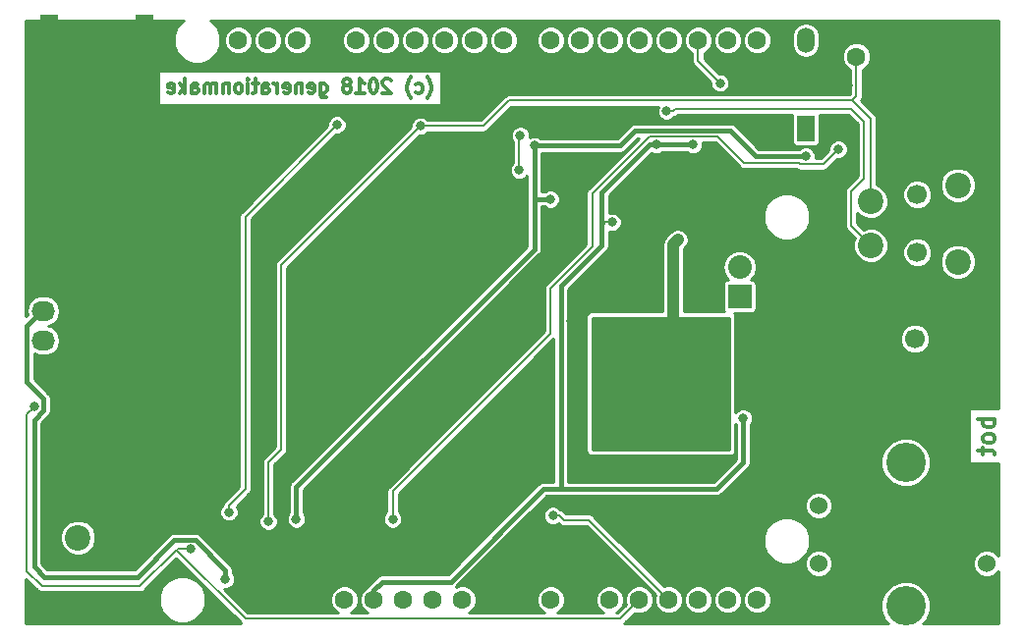
<source format=gbl>
G04 #@! TF.GenerationSoftware,KiCad,Pcbnew,5.0.1-33cea8e~68~ubuntu18.04.1*
G04 #@! TF.CreationDate,2018-11-27T01:55:08+01:00*
G04 #@! TF.ProjectId,ArduTrxDMRShield,41726475547278444D52536869656C64,x1.0*
G04 #@! TF.SameCoordinates,Original*
G04 #@! TF.FileFunction,Copper,L2,Bot,Signal*
G04 #@! TF.FilePolarity,Positive*
%FSLAX46Y46*%
G04 Gerber Fmt 4.6, Leading zero omitted, Abs format (unit mm)*
G04 Created by KiCad (PCBNEW 5.0.1-33cea8e~68~ubuntu18.04.1) date Di 27 Nov 2018 01:55:08 CET*
%MOMM*%
%LPD*%
G01*
G04 APERTURE LIST*
G04 #@! TA.AperFunction,NonConductor*
%ADD10C,0.300000*%
G04 #@! TD*
G04 #@! TA.AperFunction,ComponentPad*
%ADD11O,2.032000X1.727200*%
G04 #@! TD*
G04 #@! TA.AperFunction,ComponentPad*
%ADD12R,2.032000X1.727200*%
G04 #@! TD*
G04 #@! TA.AperFunction,ComponentPad*
%ADD13C,1.600000*%
G04 #@! TD*
G04 #@! TA.AperFunction,SMDPad,CuDef*
%ADD14R,1.650000X5.600000*%
G04 #@! TD*
G04 #@! TA.AperFunction,ComponentPad*
%ADD15C,1.524000*%
G04 #@! TD*
G04 #@! TA.AperFunction,ComponentPad*
%ADD16C,3.400000*%
G04 #@! TD*
G04 #@! TA.AperFunction,ComponentPad*
%ADD17C,1.700000*%
G04 #@! TD*
G04 #@! TA.AperFunction,ComponentPad*
%ADD18C,1.800000*%
G04 #@! TD*
G04 #@! TA.AperFunction,ComponentPad*
%ADD19O,2.032000X2.032000*%
G04 #@! TD*
G04 #@! TA.AperFunction,ComponentPad*
%ADD20R,2.032000X2.032000*%
G04 #@! TD*
G04 #@! TA.AperFunction,ComponentPad*
%ADD21O,1.498600X2.197100*%
G04 #@! TD*
G04 #@! TA.AperFunction,ComponentPad*
%ADD22R,1.498600X2.197100*%
G04 #@! TD*
G04 #@! TA.AperFunction,ComponentPad*
%ADD23C,2.200000*%
G04 #@! TD*
G04 #@! TA.AperFunction,WasherPad*
%ADD24C,1.700000*%
G04 #@! TD*
G04 #@! TA.AperFunction,ViaPad*
%ADD25C,0.800000*%
G04 #@! TD*
G04 #@! TA.AperFunction,ViaPad*
%ADD26C,1.100000*%
G04 #@! TD*
G04 #@! TA.AperFunction,Conductor*
%ADD27C,0.200000*%
G04 #@! TD*
G04 #@! TA.AperFunction,Conductor*
%ADD28C,0.400000*%
G04 #@! TD*
G04 #@! TA.AperFunction,Conductor*
%ADD29C,1.000000*%
G04 #@! TD*
G04 #@! TA.AperFunction,Conductor*
%ADD30C,0.254000*%
G04 #@! TD*
G04 APERTURE END LIST*
D10*
X138678571Y-111871428D02*
X137178571Y-111871428D01*
X137750000Y-111871428D02*
X137678571Y-112014285D01*
X137678571Y-112300000D01*
X137750000Y-112442857D01*
X137821428Y-112514285D01*
X137964285Y-112585714D01*
X138392857Y-112585714D01*
X138535714Y-112514285D01*
X138607142Y-112442857D01*
X138678571Y-112300000D01*
X138678571Y-112014285D01*
X138607142Y-111871428D01*
X138678571Y-113442857D02*
X138607142Y-113300000D01*
X138535714Y-113228571D01*
X138392857Y-113157142D01*
X137964285Y-113157142D01*
X137821428Y-113228571D01*
X137750000Y-113300000D01*
X137678571Y-113442857D01*
X137678571Y-113657142D01*
X137750000Y-113800000D01*
X137821428Y-113871428D01*
X137964285Y-113942857D01*
X138392857Y-113942857D01*
X138535714Y-113871428D01*
X138607142Y-113800000D01*
X138678571Y-113657142D01*
X138678571Y-113442857D01*
X137678571Y-114371428D02*
X137678571Y-114942857D01*
X137178571Y-114585714D02*
X138464285Y-114585714D01*
X138607142Y-114657142D01*
X138678571Y-114800000D01*
X138678571Y-114942857D01*
X89771428Y-84200000D02*
X89828571Y-84142857D01*
X89942857Y-83971428D01*
X90000000Y-83857142D01*
X90057142Y-83685714D01*
X90114285Y-83400000D01*
X90114285Y-83171428D01*
X90057142Y-82885714D01*
X90000000Y-82714285D01*
X89942857Y-82600000D01*
X89828571Y-82428571D01*
X89771428Y-82371428D01*
X88800000Y-83685714D02*
X88914285Y-83742857D01*
X89142857Y-83742857D01*
X89257142Y-83685714D01*
X89314285Y-83628571D01*
X89371428Y-83514285D01*
X89371428Y-83171428D01*
X89314285Y-83057142D01*
X89257142Y-83000000D01*
X89142857Y-82942857D01*
X88914285Y-82942857D01*
X88800000Y-83000000D01*
X88400000Y-84200000D02*
X88342857Y-84142857D01*
X88228571Y-83971428D01*
X88171428Y-83857142D01*
X88114285Y-83685714D01*
X88057142Y-83400000D01*
X88057142Y-83171428D01*
X88114285Y-82885714D01*
X88171428Y-82714285D01*
X88228571Y-82600000D01*
X88342857Y-82428571D01*
X88400000Y-82371428D01*
X86628571Y-82657142D02*
X86571428Y-82600000D01*
X86457142Y-82542857D01*
X86171428Y-82542857D01*
X86057142Y-82600000D01*
X86000000Y-82657142D01*
X85942857Y-82771428D01*
X85942857Y-82885714D01*
X86000000Y-83057142D01*
X86685714Y-83742857D01*
X85942857Y-83742857D01*
X85200000Y-82542857D02*
X85085714Y-82542857D01*
X84971428Y-82600000D01*
X84914285Y-82657142D01*
X84857142Y-82771428D01*
X84800000Y-83000000D01*
X84800000Y-83285714D01*
X84857142Y-83514285D01*
X84914285Y-83628571D01*
X84971428Y-83685714D01*
X85085714Y-83742857D01*
X85200000Y-83742857D01*
X85314285Y-83685714D01*
X85371428Y-83628571D01*
X85428571Y-83514285D01*
X85485714Y-83285714D01*
X85485714Y-83000000D01*
X85428571Y-82771428D01*
X85371428Y-82657142D01*
X85314285Y-82600000D01*
X85200000Y-82542857D01*
X83657142Y-83742857D02*
X84342857Y-83742857D01*
X84000000Y-83742857D02*
X84000000Y-82542857D01*
X84114285Y-82714285D01*
X84228571Y-82828571D01*
X84342857Y-82885714D01*
X82971428Y-83057142D02*
X83085714Y-83000000D01*
X83142857Y-82942857D01*
X83200000Y-82828571D01*
X83200000Y-82771428D01*
X83142857Y-82657142D01*
X83085714Y-82600000D01*
X82971428Y-82542857D01*
X82742857Y-82542857D01*
X82628571Y-82600000D01*
X82571428Y-82657142D01*
X82514285Y-82771428D01*
X82514285Y-82828571D01*
X82571428Y-82942857D01*
X82628571Y-83000000D01*
X82742857Y-83057142D01*
X82971428Y-83057142D01*
X83085714Y-83114285D01*
X83142857Y-83171428D01*
X83200000Y-83285714D01*
X83200000Y-83514285D01*
X83142857Y-83628571D01*
X83085714Y-83685714D01*
X82971428Y-83742857D01*
X82742857Y-83742857D01*
X82628571Y-83685714D01*
X82571428Y-83628571D01*
X82514285Y-83514285D01*
X82514285Y-83285714D01*
X82571428Y-83171428D01*
X82628571Y-83114285D01*
X82742857Y-83057142D01*
X80571428Y-82942857D02*
X80571428Y-83914285D01*
X80628571Y-84028571D01*
X80685714Y-84085714D01*
X80800000Y-84142857D01*
X80971428Y-84142857D01*
X81085714Y-84085714D01*
X80571428Y-83685714D02*
X80685714Y-83742857D01*
X80914285Y-83742857D01*
X81028571Y-83685714D01*
X81085714Y-83628571D01*
X81142857Y-83514285D01*
X81142857Y-83171428D01*
X81085714Y-83057142D01*
X81028571Y-83000000D01*
X80914285Y-82942857D01*
X80685714Y-82942857D01*
X80571428Y-83000000D01*
X79542857Y-83685714D02*
X79657142Y-83742857D01*
X79885714Y-83742857D01*
X80000000Y-83685714D01*
X80057142Y-83571428D01*
X80057142Y-83114285D01*
X80000000Y-83000000D01*
X79885714Y-82942857D01*
X79657142Y-82942857D01*
X79542857Y-83000000D01*
X79485714Y-83114285D01*
X79485714Y-83228571D01*
X80057142Y-83342857D01*
X78971428Y-82942857D02*
X78971428Y-83742857D01*
X78971428Y-83057142D02*
X78914285Y-83000000D01*
X78800000Y-82942857D01*
X78628571Y-82942857D01*
X78514285Y-83000000D01*
X78457142Y-83114285D01*
X78457142Y-83742857D01*
X77428571Y-83685714D02*
X77542857Y-83742857D01*
X77771428Y-83742857D01*
X77885714Y-83685714D01*
X77942857Y-83571428D01*
X77942857Y-83114285D01*
X77885714Y-83000000D01*
X77771428Y-82942857D01*
X77542857Y-82942857D01*
X77428571Y-83000000D01*
X77371428Y-83114285D01*
X77371428Y-83228571D01*
X77942857Y-83342857D01*
X76857142Y-83742857D02*
X76857142Y-82942857D01*
X76857142Y-83171428D02*
X76800000Y-83057142D01*
X76742857Y-83000000D01*
X76628571Y-82942857D01*
X76514285Y-82942857D01*
X75600000Y-83742857D02*
X75600000Y-83114285D01*
X75657142Y-83000000D01*
X75771428Y-82942857D01*
X76000000Y-82942857D01*
X76114285Y-83000000D01*
X75600000Y-83685714D02*
X75714285Y-83742857D01*
X76000000Y-83742857D01*
X76114285Y-83685714D01*
X76171428Y-83571428D01*
X76171428Y-83457142D01*
X76114285Y-83342857D01*
X76000000Y-83285714D01*
X75714285Y-83285714D01*
X75600000Y-83228571D01*
X75200000Y-82942857D02*
X74742857Y-82942857D01*
X75028571Y-82542857D02*
X75028571Y-83571428D01*
X74971428Y-83685714D01*
X74857142Y-83742857D01*
X74742857Y-83742857D01*
X74342857Y-83742857D02*
X74342857Y-82942857D01*
X74342857Y-82542857D02*
X74400000Y-82600000D01*
X74342857Y-82657142D01*
X74285714Y-82600000D01*
X74342857Y-82542857D01*
X74342857Y-82657142D01*
X73600000Y-83742857D02*
X73714285Y-83685714D01*
X73771428Y-83628571D01*
X73828571Y-83514285D01*
X73828571Y-83171428D01*
X73771428Y-83057142D01*
X73714285Y-83000000D01*
X73600000Y-82942857D01*
X73428571Y-82942857D01*
X73314285Y-83000000D01*
X73257142Y-83057142D01*
X73200000Y-83171428D01*
X73200000Y-83514285D01*
X73257142Y-83628571D01*
X73314285Y-83685714D01*
X73428571Y-83742857D01*
X73600000Y-83742857D01*
X72685714Y-82942857D02*
X72685714Y-83742857D01*
X72685714Y-83057142D02*
X72628571Y-83000000D01*
X72514285Y-82942857D01*
X72342857Y-82942857D01*
X72228571Y-83000000D01*
X72171428Y-83114285D01*
X72171428Y-83742857D01*
X71600000Y-83742857D02*
X71600000Y-82942857D01*
X71600000Y-83057142D02*
X71542857Y-83000000D01*
X71428571Y-82942857D01*
X71257142Y-82942857D01*
X71142857Y-83000000D01*
X71085714Y-83114285D01*
X71085714Y-83742857D01*
X71085714Y-83114285D02*
X71028571Y-83000000D01*
X70914285Y-82942857D01*
X70742857Y-82942857D01*
X70628571Y-83000000D01*
X70571428Y-83114285D01*
X70571428Y-83742857D01*
X69485714Y-83742857D02*
X69485714Y-83114285D01*
X69542857Y-83000000D01*
X69657142Y-82942857D01*
X69885714Y-82942857D01*
X70000000Y-83000000D01*
X69485714Y-83685714D02*
X69600000Y-83742857D01*
X69885714Y-83742857D01*
X70000000Y-83685714D01*
X70057142Y-83571428D01*
X70057142Y-83457142D01*
X70000000Y-83342857D01*
X69885714Y-83285714D01*
X69600000Y-83285714D01*
X69485714Y-83228571D01*
X68914285Y-83742857D02*
X68914285Y-82542857D01*
X68800000Y-83285714D02*
X68457142Y-83742857D01*
X68457142Y-82942857D02*
X68914285Y-83400000D01*
X67485714Y-83685714D02*
X67600000Y-83742857D01*
X67828571Y-83742857D01*
X67942857Y-83685714D01*
X68000000Y-83571428D01*
X68000000Y-83114285D01*
X67942857Y-83000000D01*
X67828571Y-82942857D01*
X67600000Y-82942857D01*
X67485714Y-83000000D01*
X67428571Y-83114285D01*
X67428571Y-83228571D01*
X68000000Y-83342857D01*
D11*
G04 #@! TO.P,CN5,3*
G04 #@! TO.N,Net-(CN5-Pad3)*
X56700000Y-105080000D03*
G04 #@! TO.P,CN5,2*
G04 #@! TO.N,+5V*
X56700000Y-102540000D03*
D12*
G04 #@! TO.P,CN5,1*
G04 #@! TO.N,GND*
X56700000Y-100000000D03*
G04 #@! TD*
D13*
G04 #@! TO.P,CN2,0*
G04 #@! TO.N,/RXD*
X118200000Y-79200000D03*
G04 #@! TO.P,CN2,8*
G04 #@! TO.N,/KEYPAD_8*
X96356000Y-79200000D03*
G04 #@! TO.P,CN2,9*
G04 #@! TO.N,/KEYPAD_9*
X93816000Y-79200000D03*
G04 #@! TO.P,CN2,10*
G04 #@! TO.N,/KEYPAD_10*
X91276000Y-79200000D03*
G04 #@! TO.P,CN2,11*
G04 #@! TO.N,/PTT_Q_1*
X88736000Y-79200000D03*
G04 #@! TO.P,CN2,12*
G04 #@! TO.N,/PD_Q_1*
X86196000Y-79200000D03*
G04 #@! TO.P,CN2,13*
G04 #@! TO.N,Net-(CN2-Pad13)*
X83656000Y-79200000D03*
G04 #@! TO.P,CN2,14*
G04 #@! TO.N,GND*
X81116000Y-79200000D03*
G04 #@! TO.P,CN2,15*
G04 #@! TO.N,Net-(CN2-Pad15)*
X78576000Y-79200000D03*
G04 #@! TO.P,CN2,16*
G04 #@! TO.N,Net-(CN2-Pad16)*
X76036000Y-79200000D03*
G04 #@! TO.P,CN2,17*
G04 #@! TO.N,Net-(CN2-Pad17)*
X73496000Y-79200000D03*
G04 #@! TO.P,CN2,1*
G04 #@! TO.N,/TXD*
X115660000Y-79200000D03*
G04 #@! TO.P,CN2,2*
G04 #@! TO.N,/SQ_R*
X113120000Y-79200000D03*
G04 #@! TO.P,CN2,3*
G04 #@! TO.N,/MIC_IN_R*
X110580000Y-79200000D03*
G04 #@! TO.P,CN2,4*
G04 #@! TO.N,/KEYPAD_4*
X108040000Y-79200000D03*
G04 #@! TO.P,CN2,5*
G04 #@! TO.N,/KEYPAD_5*
X105500000Y-79200000D03*
G04 #@! TO.P,CN2,6*
G04 #@! TO.N,/PTT_Q_2*
X102960000Y-79200000D03*
G04 #@! TO.P,CN2,7*
G04 #@! TO.N,/PD_Q_2*
X100420000Y-79200000D03*
G04 #@! TO.P,CN2,24*
G04 #@! TO.N,VIN*
X100420000Y-127460000D03*
G04 #@! TO.P,CN2,25*
G04 #@! TO.N,GND*
X97880000Y-127460000D03*
G04 #@! TO.P,CN2,26*
X95340000Y-127460000D03*
G04 #@! TO.P,CN2,27*
G04 #@! TO.N,+5V*
X92800000Y-127460000D03*
G04 #@! TO.P,CN2,28*
G04 #@! TO.N,Net-(CN2-Pad28)*
X90260000Y-127460000D03*
G04 #@! TO.P,CN2,29*
G04 #@! TO.N,Net-(CN2-Pad29)*
X87720000Y-127460000D03*
G04 #@! TO.P,CN2,30*
G04 #@! TO.N,VIO*
X85180000Y-127460000D03*
G04 #@! TO.P,CN2,31*
G04 #@! TO.N,Net-(CN2-Pad31)*
X82640000Y-127460000D03*
G04 #@! TO.P,CN2,18*
G04 #@! TO.N,/ENC_SW*
X118200000Y-127460000D03*
G04 #@! TO.P,CN2,19*
G04 #@! TO.N,/ENC_B*
X115660000Y-127460000D03*
G04 #@! TO.P,CN2,20*
G04 #@! TO.N,/ENC_A*
X113120000Y-127460000D03*
G04 #@! TO.P,CN2,21*
G04 #@! TO.N,/AF_OUT_R*
X110580000Y-127460000D03*
G04 #@! TO.P,CN2,22*
G04 #@! TO.N,/GPS_RX*
X108040000Y-127460000D03*
G04 #@! TO.P,CN2,23*
G04 #@! TO.N,/KEYPAD_A0*
X105500000Y-127460000D03*
G04 #@! TD*
D14*
G04 #@! TO.P,CN1,5*
G04 #@! TO.N,GND*
X57175000Y-79800000D03*
G04 #@! TO.P,CN1,4*
X65425000Y-79800000D03*
G04 #@! TD*
D15*
G04 #@! TO.P,SW2,A*
G04 #@! TO.N,/ENC_A*
X123500000Y-119300000D03*
G04 #@! TO.P,SW2,C*
G04 #@! TO.N,GND*
X123500000Y-121800000D03*
G04 #@! TO.P,SW2,E*
G04 #@! TO.N,/ENC_SW*
X138000000Y-124300000D03*
G04 #@! TO.P,SW2,B*
G04 #@! TO.N,/ENC_B*
X123500000Y-124300000D03*
G04 #@! TO.P,SW2,D*
G04 #@! TO.N,GND*
X138000000Y-119300000D03*
D16*
G04 #@! TO.P,SW2,0*
G04 #@! TO.N,N/C*
X131000000Y-115600000D03*
X131000000Y-128000000D03*
G04 #@! TD*
D17*
G04 #@! TO.P,CN4,1*
G04 #@! TO.N,GND*
X137800000Y-104950000D03*
G04 #@! TO.P,CN4,2*
X136500000Y-108650000D03*
G04 #@! TO.P,CN4,3*
G04 #@! TO.N,/SPKR*
X131800000Y-104950000D03*
G04 #@! TD*
D13*
G04 #@! TO.P,SW1,3*
G04 #@! TO.N,/PTT*
X126750000Y-80600000D03*
G04 #@! TO.P,SW1,2*
G04 #@! TO.N,GND*
X131250000Y-80600000D03*
D18*
G04 #@! TO.P,SW1,1*
X132500000Y-83100000D03*
G04 #@! TO.P,SW1,4*
X125500000Y-83100000D03*
G04 #@! TD*
D19*
G04 #@! TO.P,CN6,2*
G04 #@! TO.N,Net-(C12-Pad1)*
X116700000Y-98760000D03*
D20*
G04 #@! TO.P,CN6,1*
G04 #@! TO.N,Net-(C15-Pad1)*
X116700000Y-101300000D03*
G04 #@! TD*
D21*
G04 #@! TO.P,S1,2*
G04 #@! TO.N,/RXD*
X122400000Y-79190000D03*
D22*
G04 #@! TO.P,S1,1*
G04 #@! TO.N,/RXD_S*
X122400000Y-86810000D03*
G04 #@! TD*
D23*
G04 #@! TO.P,CN3,3*
G04 #@! TO.N,Net-(CN3-Pad3)*
X135500000Y-98300000D03*
X135500000Y-91700000D03*
G04 #@! TO.P,CN3,1*
G04 #@! TO.N,/PTT*
X128000000Y-93100000D03*
G04 #@! TO.P,CN3,2*
G04 #@! TO.N,/MIC*
X128000000Y-96900000D03*
D24*
G04 #@! TO.P,CN3,*
G04 #@! TO.N,*
X132000000Y-92500000D03*
X132000000Y-97500000D03*
G04 #@! TD*
D23*
G04 #@! TO.P,CN7,2*
G04 #@! TO.N,GND*
X63505000Y-122100000D03*
G04 #@! TO.P,CN7,1*
G04 #@! TO.N,VIN*
X59695000Y-122100000D03*
G04 #@! TD*
D25*
G04 #@! TO.N,GND*
X113950000Y-96150000D03*
X121100000Y-97300000D03*
X109100000Y-91300000D03*
X112200000Y-125700000D03*
X68600000Y-85700000D03*
X56500000Y-92100000D03*
D26*
X57300000Y-85200000D03*
X65500000Y-85100000D03*
D25*
X106800000Y-80400000D03*
X114000000Y-89900000D03*
X103100000Y-114900000D03*
X118800000Y-87300000D03*
X118900000Y-90700000D03*
X97400000Y-102900000D03*
X79700000Y-121100000D03*
X97300000Y-119200000D03*
X105500000Y-119400000D03*
X107800000Y-122700000D03*
X103000000Y-127900000D03*
X97400000Y-111100000D03*
X102200000Y-103400000D03*
X66100000Y-97900000D03*
X69100000Y-89600000D03*
X62200000Y-92800000D03*
X66100000Y-104300000D03*
X66000000Y-110600000D03*
X120600000Y-86100000D03*
X138000000Y-128700000D03*
X56000000Y-128900000D03*
X100700000Y-86700000D03*
X100600000Y-90800000D03*
X95500000Y-91900000D03*
G04 #@! TO.N,/MIC_IN*
X97700000Y-90400020D03*
X97800000Y-87400000D03*
G04 #@! TO.N,VCC*
X111000000Y-108000000D03*
X113000000Y-106000000D03*
X113000000Y-108000000D03*
X113000000Y-110000000D03*
X109000000Y-110000000D03*
X109000000Y-112000000D03*
X111000000Y-112000000D03*
X115000000Y-112000000D03*
X115000000Y-110000000D03*
X115000000Y-108000000D03*
X115000000Y-106000000D03*
X115000000Y-104000000D03*
X113000000Y-104000000D03*
X111000000Y-106000000D03*
X109000000Y-106000000D03*
X105000000Y-106000000D03*
X105000000Y-108000000D03*
X105000000Y-110000000D03*
X105000000Y-112000000D03*
X107000000Y-112000000D03*
X107000000Y-110000000D03*
X107000000Y-108000000D03*
X107000000Y-106000000D03*
X109000000Y-104000000D03*
X107000000Y-104000000D03*
X105000000Y-104000000D03*
X109000000Y-108000000D03*
X111000000Y-110000000D03*
X113000000Y-112000000D03*
X111368500Y-96431500D03*
X111000000Y-104000000D03*
G04 #@! TO.N,/GPS_RX*
X69400000Y-123100000D03*
X55927012Y-110746130D03*
G04 #@! TO.N,/AF_OUT_R*
X100600000Y-120200000D03*
G04 #@! TO.N,+5V*
X72400000Y-125700000D03*
G04 #@! TO.N,/SQ_R*
X115000000Y-82900000D03*
G04 #@! TO.N,/PD*
X82000000Y-86500000D03*
X72700000Y-119900000D03*
G04 #@! TO.N,/PTT*
X89200000Y-86600000D03*
X76100000Y-120700000D03*
G04 #@! TO.N,/MIC*
X110400000Y-85300000D03*
G04 #@! TO.N,VIO*
X117000000Y-111800000D03*
X105700000Y-94900000D03*
X109500000Y-88200000D03*
X112700000Y-88200000D03*
G04 #@! TO.N,+3V3*
X99000000Y-88300000D03*
X100400000Y-92900000D03*
X122400000Y-89200000D03*
X78500000Y-120500000D03*
G04 #@! TO.N,/TRANSMIT*
X86800000Y-120500000D03*
X125200000Y-88600000D03*
G04 #@! TD*
D27*
G04 #@! TO.N,GND*
X113950000Y-96150000D02*
X113900000Y-96100000D01*
X95600000Y-89200000D02*
X95700000Y-89200000D01*
D28*
X65400000Y-85200000D02*
X57300000Y-85200000D01*
X65500000Y-85100000D02*
X65400000Y-85200000D01*
D27*
X81116000Y-80331370D02*
X81116000Y-79200000D01*
X81184630Y-80400000D02*
X81116000Y-80331370D01*
X106800000Y-80400000D02*
X81184630Y-80400000D01*
X114000000Y-96100000D02*
X113950000Y-96150000D01*
X114000000Y-89900000D02*
X114000000Y-96100000D01*
X112200000Y-124000000D02*
X112200000Y-125700000D01*
X118800000Y-90600000D02*
X118900000Y-90700000D01*
X79700000Y-121100000D02*
X97400000Y-103400000D01*
X97400000Y-103400000D02*
X97400000Y-102900000D01*
G04 #@! TO.N,/MIC_IN*
X97700000Y-90400020D02*
X97700000Y-87500000D01*
X97700000Y-87500000D02*
X97800000Y-87400000D01*
D29*
G04 #@! TO.N,VCC*
X111000000Y-96800000D02*
X111368500Y-96431500D01*
X111000000Y-104000000D02*
X111000000Y-96800000D01*
D27*
G04 #@! TO.N,/GPS_RX*
X106400000Y-129100000D02*
X108040000Y-127460000D01*
X82200000Y-129100000D02*
X74100000Y-129100000D01*
X82200000Y-129100000D02*
X106400000Y-129100000D01*
X74100000Y-129100000D02*
X68200000Y-123200000D01*
X69400000Y-123100000D02*
X68300000Y-123100000D01*
X68300000Y-123100000D02*
X68200000Y-123200000D01*
X68200000Y-123200000D02*
X68100000Y-123200000D01*
X68100000Y-123200000D02*
X65000000Y-126300000D01*
X56600000Y-126300000D02*
X55300000Y-125000000D01*
X65000000Y-126300000D02*
X56600000Y-126300000D01*
X55300000Y-125000000D02*
X55300000Y-111500000D01*
X55300000Y-111500000D02*
X55927012Y-110872988D01*
X55927012Y-110872988D02*
X55927012Y-110746130D01*
G04 #@! TO.N,/AF_OUT_R*
X101545685Y-120580000D02*
X103700000Y-120580000D01*
X101165685Y-120200000D02*
X101545685Y-120580000D01*
X100600000Y-120200000D02*
X101165685Y-120200000D01*
X103700000Y-120580000D02*
X110580000Y-127460000D01*
D28*
G04 #@! TO.N,+5V*
X69784001Y-122299999D02*
X68000001Y-122299999D01*
X72400000Y-125700000D02*
X72400000Y-124915998D01*
X72400000Y-124915998D02*
X69784001Y-122299999D01*
X68000001Y-122299999D02*
X64800000Y-125500000D01*
X64800000Y-125500000D02*
X56800000Y-125500000D01*
X56800000Y-125500000D02*
X55900000Y-124600000D01*
X55900000Y-124600000D02*
X55900000Y-111957144D01*
X56727013Y-111130131D02*
X56727013Y-110127013D01*
X55900000Y-111957144D02*
X56727013Y-111130131D01*
X56547600Y-102540000D02*
X56700000Y-102540000D01*
X55283990Y-108683990D02*
X55283990Y-103803610D01*
X55283990Y-103803610D02*
X56547600Y-102540000D01*
X56727013Y-110127013D02*
X55283990Y-108683990D01*
D27*
G04 #@! TO.N,/SQ_R*
X113120000Y-81020000D02*
X115000000Y-82900000D01*
X113120000Y-79200000D02*
X113120000Y-81020000D01*
G04 #@! TO.N,/PD*
X74100000Y-117934315D02*
X74100000Y-94400000D01*
X72700000Y-119900000D02*
X72700000Y-119334315D01*
X82000000Y-86500000D02*
X74100000Y-94400000D01*
X72700000Y-119334315D02*
X74100000Y-117934315D01*
G04 #@! TO.N,/PTT*
X126750000Y-80600000D02*
X126750000Y-84050000D01*
X126750000Y-84050000D02*
X126400000Y-84400000D01*
X126750000Y-80600000D02*
X126750000Y-80850000D01*
X117000000Y-84400000D02*
X126400000Y-84400000D01*
X94599996Y-86600000D02*
X89200000Y-86600000D01*
X89200000Y-86600000D02*
X77200000Y-98600000D01*
X94900000Y-86299996D02*
X94599996Y-86600000D01*
X96799996Y-84400000D02*
X94900000Y-86299996D01*
X110400000Y-84400000D02*
X96799996Y-84400000D01*
X117000000Y-84400000D02*
X110400000Y-84400000D01*
X128000000Y-86000000D02*
X126400000Y-84400000D01*
X128000000Y-93100000D02*
X128000000Y-86000000D01*
X76100000Y-115600000D02*
X77200000Y-114500000D01*
X76100000Y-120700000D02*
X76100000Y-115600000D01*
X77200000Y-114500000D02*
X77200000Y-98600000D01*
G04 #@! TO.N,/MIC*
X111165685Y-85100000D02*
X110965685Y-85300000D01*
X126300000Y-95200000D02*
X126300000Y-92200000D01*
X110965685Y-85300000D02*
X110400000Y-85300000D01*
X127400000Y-91100000D02*
X127400000Y-86200000D01*
X126300000Y-85100000D02*
X111165685Y-85100000D01*
X126300000Y-92200000D02*
X127400000Y-91100000D01*
X128000000Y-96900000D02*
X126300000Y-95200000D01*
X127400000Y-86200000D02*
X126300000Y-85100000D01*
D28*
G04 #@! TO.N,VIO*
X85180000Y-127460000D02*
X85180000Y-126620000D01*
X85180000Y-126620000D02*
X85900000Y-125900000D01*
D27*
X85180000Y-126620000D02*
X85900000Y-125900000D01*
X104934315Y-95100000D02*
X104800000Y-95100000D01*
X105134315Y-94900000D02*
X104934315Y-95100000D01*
X105700000Y-94900000D02*
X105134315Y-94900000D01*
D28*
X104800000Y-95700000D02*
X104800000Y-92315998D01*
X104800000Y-95700000D02*
X104800000Y-95100000D01*
X108915998Y-88200000D02*
X108615998Y-88500000D01*
X109500000Y-88200000D02*
X108915998Y-88200000D01*
X104800000Y-92315998D02*
X108615998Y-88500000D01*
X110100000Y-88200000D02*
X112700000Y-88200000D01*
X109500000Y-88200000D02*
X110100000Y-88200000D01*
D27*
X101300000Y-116100000D02*
X101300000Y-115500000D01*
X101300000Y-117900000D02*
X101300000Y-116100000D01*
D28*
X101300000Y-117900000D02*
X114700000Y-117900000D01*
X117000000Y-115600000D02*
X117000000Y-111800000D01*
X114700000Y-117900000D02*
X117000000Y-115600000D01*
X101300000Y-115500000D02*
X101300000Y-117900000D01*
X101300000Y-117900000D02*
X99800000Y-117900000D01*
X99800000Y-117900000D02*
X91800000Y-125900000D01*
X85900000Y-125900000D02*
X90700000Y-125900000D01*
X91800000Y-125900000D02*
X90700000Y-125900000D01*
X104800000Y-96500000D02*
X104800000Y-95700000D01*
X104800000Y-96907120D02*
X104800000Y-96500000D01*
X101300000Y-100407120D02*
X104800000Y-96907120D01*
X101300000Y-116100000D02*
X101300000Y-100407120D01*
D27*
G04 #@! TO.N,+3V3*
X99000000Y-88300000D02*
X99000000Y-93000000D01*
D28*
X99100000Y-92900000D02*
X99000000Y-93000000D01*
X100400000Y-92900000D02*
X99100000Y-92900000D01*
X99000000Y-88300000D02*
X99000000Y-97200000D01*
X78500000Y-117700000D02*
X78500000Y-120500000D01*
X99000000Y-97200000D02*
X78500000Y-117700000D01*
X106400000Y-88300000D02*
X99000000Y-88300000D01*
X107700000Y-87000000D02*
X106400000Y-88300000D01*
X118100000Y-89200000D02*
X115900000Y-87000000D01*
X115900000Y-87000000D02*
X107700000Y-87000000D01*
X122400000Y-89200000D02*
X118100000Y-89200000D01*
D27*
G04 #@! TO.N,/TRANSMIT*
X104000000Y-97000000D02*
X100400000Y-100600000D01*
X104000000Y-92408878D02*
X104000000Y-97000000D01*
X108908878Y-87500000D02*
X104000000Y-92408878D01*
X125200000Y-88600000D02*
X123900000Y-89900000D01*
X121900000Y-89900000D02*
X121800001Y-89800001D01*
X100400000Y-104500000D02*
X86800000Y-118100000D01*
X123900000Y-89900000D02*
X121900000Y-89900000D01*
X121800001Y-89800001D02*
X117100001Y-89800001D01*
X86800000Y-118100000D02*
X86800000Y-120500000D01*
X117100001Y-89800001D02*
X114800000Y-87500000D01*
X100400000Y-100600000D02*
X100400000Y-104500000D01*
X114800000Y-87500000D02*
X108908878Y-87500000D01*
G04 #@! TD*
D30*
G04 #@! TO.N,GND*
G36*
X68232190Y-78058878D02*
X67925500Y-78799291D01*
X67925500Y-79600709D01*
X68232190Y-80341122D01*
X68798878Y-80907810D01*
X69539291Y-81214500D01*
X70340709Y-81214500D01*
X71081122Y-80907810D01*
X71647810Y-80341122D01*
X71954500Y-79600709D01*
X71954500Y-78955935D01*
X72269000Y-78955935D01*
X72269000Y-79444065D01*
X72455800Y-79895039D01*
X72800961Y-80240200D01*
X73251935Y-80427000D01*
X73740065Y-80427000D01*
X74191039Y-80240200D01*
X74536200Y-79895039D01*
X74723000Y-79444065D01*
X74723000Y-78955935D01*
X74809000Y-78955935D01*
X74809000Y-79444065D01*
X74995800Y-79895039D01*
X75340961Y-80240200D01*
X75791935Y-80427000D01*
X76280065Y-80427000D01*
X76731039Y-80240200D01*
X77076200Y-79895039D01*
X77263000Y-79444065D01*
X77263000Y-78955935D01*
X77349000Y-78955935D01*
X77349000Y-79444065D01*
X77535800Y-79895039D01*
X77880961Y-80240200D01*
X78331935Y-80427000D01*
X78820065Y-80427000D01*
X79271039Y-80240200D01*
X79616200Y-79895039D01*
X79803000Y-79444065D01*
X79803000Y-78955935D01*
X82429000Y-78955935D01*
X82429000Y-79444065D01*
X82615800Y-79895039D01*
X82960961Y-80240200D01*
X83411935Y-80427000D01*
X83900065Y-80427000D01*
X84351039Y-80240200D01*
X84696200Y-79895039D01*
X84883000Y-79444065D01*
X84883000Y-78955935D01*
X84969000Y-78955935D01*
X84969000Y-79444065D01*
X85155800Y-79895039D01*
X85500961Y-80240200D01*
X85951935Y-80427000D01*
X86440065Y-80427000D01*
X86891039Y-80240200D01*
X87236200Y-79895039D01*
X87423000Y-79444065D01*
X87423000Y-78955935D01*
X87509000Y-78955935D01*
X87509000Y-79444065D01*
X87695800Y-79895039D01*
X88040961Y-80240200D01*
X88491935Y-80427000D01*
X88980065Y-80427000D01*
X89431039Y-80240200D01*
X89776200Y-79895039D01*
X89963000Y-79444065D01*
X89963000Y-78955935D01*
X90049000Y-78955935D01*
X90049000Y-79444065D01*
X90235800Y-79895039D01*
X90580961Y-80240200D01*
X91031935Y-80427000D01*
X91520065Y-80427000D01*
X91971039Y-80240200D01*
X92316200Y-79895039D01*
X92503000Y-79444065D01*
X92503000Y-78955935D01*
X92589000Y-78955935D01*
X92589000Y-79444065D01*
X92775800Y-79895039D01*
X93120961Y-80240200D01*
X93571935Y-80427000D01*
X94060065Y-80427000D01*
X94511039Y-80240200D01*
X94856200Y-79895039D01*
X95043000Y-79444065D01*
X95043000Y-78955935D01*
X95129000Y-78955935D01*
X95129000Y-79444065D01*
X95315800Y-79895039D01*
X95660961Y-80240200D01*
X96111935Y-80427000D01*
X96600065Y-80427000D01*
X97051039Y-80240200D01*
X97396200Y-79895039D01*
X97583000Y-79444065D01*
X97583000Y-78955935D01*
X99193000Y-78955935D01*
X99193000Y-79444065D01*
X99379800Y-79895039D01*
X99724961Y-80240200D01*
X100175935Y-80427000D01*
X100664065Y-80427000D01*
X101115039Y-80240200D01*
X101460200Y-79895039D01*
X101647000Y-79444065D01*
X101647000Y-78955935D01*
X101733000Y-78955935D01*
X101733000Y-79444065D01*
X101919800Y-79895039D01*
X102264961Y-80240200D01*
X102715935Y-80427000D01*
X103204065Y-80427000D01*
X103655039Y-80240200D01*
X104000200Y-79895039D01*
X104187000Y-79444065D01*
X104187000Y-78955935D01*
X104273000Y-78955935D01*
X104273000Y-79444065D01*
X104459800Y-79895039D01*
X104804961Y-80240200D01*
X105255935Y-80427000D01*
X105744065Y-80427000D01*
X106195039Y-80240200D01*
X106540200Y-79895039D01*
X106727000Y-79444065D01*
X106727000Y-78955935D01*
X106813000Y-78955935D01*
X106813000Y-79444065D01*
X106999800Y-79895039D01*
X107344961Y-80240200D01*
X107795935Y-80427000D01*
X108284065Y-80427000D01*
X108735039Y-80240200D01*
X109080200Y-79895039D01*
X109267000Y-79444065D01*
X109267000Y-78955935D01*
X109353000Y-78955935D01*
X109353000Y-79444065D01*
X109539800Y-79895039D01*
X109884961Y-80240200D01*
X110335935Y-80427000D01*
X110824065Y-80427000D01*
X111275039Y-80240200D01*
X111620200Y-79895039D01*
X111807000Y-79444065D01*
X111807000Y-78955935D01*
X111893000Y-78955935D01*
X111893000Y-79444065D01*
X112079800Y-79895039D01*
X112424961Y-80240200D01*
X112593001Y-80309804D01*
X112593001Y-80968098D01*
X112582677Y-81020000D01*
X112623578Y-81225625D01*
X112710654Y-81355944D01*
X112710658Y-81355948D01*
X112740056Y-81399945D01*
X112784053Y-81429343D01*
X114173000Y-82818290D01*
X114173000Y-83064501D01*
X114298903Y-83368458D01*
X114531542Y-83601097D01*
X114835499Y-83727000D01*
X115164501Y-83727000D01*
X115468458Y-83601097D01*
X115701097Y-83368458D01*
X115827000Y-83064501D01*
X115827000Y-82735499D01*
X115701097Y-82431542D01*
X115468458Y-82198903D01*
X115164501Y-82073000D01*
X114918290Y-82073000D01*
X113647000Y-80801710D01*
X113647000Y-80309804D01*
X113815039Y-80240200D01*
X114160200Y-79895039D01*
X114347000Y-79444065D01*
X114347000Y-78955935D01*
X114433000Y-78955935D01*
X114433000Y-79444065D01*
X114619800Y-79895039D01*
X114964961Y-80240200D01*
X115415935Y-80427000D01*
X115904065Y-80427000D01*
X116355039Y-80240200D01*
X116700200Y-79895039D01*
X116887000Y-79444065D01*
X116887000Y-78955935D01*
X116973000Y-78955935D01*
X116973000Y-79444065D01*
X117159800Y-79895039D01*
X117504961Y-80240200D01*
X117955935Y-80427000D01*
X118444065Y-80427000D01*
X118895039Y-80240200D01*
X119240200Y-79895039D01*
X119427000Y-79444065D01*
X119427000Y-78955935D01*
X119331301Y-78724896D01*
X121223700Y-78724896D01*
X121223700Y-79655105D01*
X121291950Y-79998219D01*
X121551936Y-80387315D01*
X121941032Y-80647300D01*
X122400000Y-80738595D01*
X122858969Y-80647300D01*
X123248065Y-80387315D01*
X123508050Y-79998219D01*
X123576300Y-79655104D01*
X123576300Y-78724895D01*
X123508050Y-78381781D01*
X123248065Y-77992685D01*
X122858968Y-77732700D01*
X122400000Y-77641405D01*
X121941031Y-77732700D01*
X121551935Y-77992685D01*
X121291950Y-78381782D01*
X121223700Y-78724896D01*
X119331301Y-78724896D01*
X119240200Y-78504961D01*
X118895039Y-78159800D01*
X118444065Y-77973000D01*
X117955935Y-77973000D01*
X117504961Y-78159800D01*
X117159800Y-78504961D01*
X116973000Y-78955935D01*
X116887000Y-78955935D01*
X116700200Y-78504961D01*
X116355039Y-78159800D01*
X115904065Y-77973000D01*
X115415935Y-77973000D01*
X114964961Y-78159800D01*
X114619800Y-78504961D01*
X114433000Y-78955935D01*
X114347000Y-78955935D01*
X114160200Y-78504961D01*
X113815039Y-78159800D01*
X113364065Y-77973000D01*
X112875935Y-77973000D01*
X112424961Y-78159800D01*
X112079800Y-78504961D01*
X111893000Y-78955935D01*
X111807000Y-78955935D01*
X111620200Y-78504961D01*
X111275039Y-78159800D01*
X110824065Y-77973000D01*
X110335935Y-77973000D01*
X109884961Y-78159800D01*
X109539800Y-78504961D01*
X109353000Y-78955935D01*
X109267000Y-78955935D01*
X109080200Y-78504961D01*
X108735039Y-78159800D01*
X108284065Y-77973000D01*
X107795935Y-77973000D01*
X107344961Y-78159800D01*
X106999800Y-78504961D01*
X106813000Y-78955935D01*
X106727000Y-78955935D01*
X106540200Y-78504961D01*
X106195039Y-78159800D01*
X105744065Y-77973000D01*
X105255935Y-77973000D01*
X104804961Y-78159800D01*
X104459800Y-78504961D01*
X104273000Y-78955935D01*
X104187000Y-78955935D01*
X104000200Y-78504961D01*
X103655039Y-78159800D01*
X103204065Y-77973000D01*
X102715935Y-77973000D01*
X102264961Y-78159800D01*
X101919800Y-78504961D01*
X101733000Y-78955935D01*
X101647000Y-78955935D01*
X101460200Y-78504961D01*
X101115039Y-78159800D01*
X100664065Y-77973000D01*
X100175935Y-77973000D01*
X99724961Y-78159800D01*
X99379800Y-78504961D01*
X99193000Y-78955935D01*
X97583000Y-78955935D01*
X97396200Y-78504961D01*
X97051039Y-78159800D01*
X96600065Y-77973000D01*
X96111935Y-77973000D01*
X95660961Y-78159800D01*
X95315800Y-78504961D01*
X95129000Y-78955935D01*
X95043000Y-78955935D01*
X94856200Y-78504961D01*
X94511039Y-78159800D01*
X94060065Y-77973000D01*
X93571935Y-77973000D01*
X93120961Y-78159800D01*
X92775800Y-78504961D01*
X92589000Y-78955935D01*
X92503000Y-78955935D01*
X92316200Y-78504961D01*
X91971039Y-78159800D01*
X91520065Y-77973000D01*
X91031935Y-77973000D01*
X90580961Y-78159800D01*
X90235800Y-78504961D01*
X90049000Y-78955935D01*
X89963000Y-78955935D01*
X89776200Y-78504961D01*
X89431039Y-78159800D01*
X88980065Y-77973000D01*
X88491935Y-77973000D01*
X88040961Y-78159800D01*
X87695800Y-78504961D01*
X87509000Y-78955935D01*
X87423000Y-78955935D01*
X87236200Y-78504961D01*
X86891039Y-78159800D01*
X86440065Y-77973000D01*
X85951935Y-77973000D01*
X85500961Y-78159800D01*
X85155800Y-78504961D01*
X84969000Y-78955935D01*
X84883000Y-78955935D01*
X84696200Y-78504961D01*
X84351039Y-78159800D01*
X83900065Y-77973000D01*
X83411935Y-77973000D01*
X82960961Y-78159800D01*
X82615800Y-78504961D01*
X82429000Y-78955935D01*
X79803000Y-78955935D01*
X79616200Y-78504961D01*
X79271039Y-78159800D01*
X78820065Y-77973000D01*
X78331935Y-77973000D01*
X77880961Y-78159800D01*
X77535800Y-78504961D01*
X77349000Y-78955935D01*
X77263000Y-78955935D01*
X77076200Y-78504961D01*
X76731039Y-78159800D01*
X76280065Y-77973000D01*
X75791935Y-77973000D01*
X75340961Y-78159800D01*
X74995800Y-78504961D01*
X74809000Y-78955935D01*
X74723000Y-78955935D01*
X74536200Y-78504961D01*
X74191039Y-78159800D01*
X73740065Y-77973000D01*
X73251935Y-77973000D01*
X72800961Y-78159800D01*
X72455800Y-78504961D01*
X72269000Y-78955935D01*
X71954500Y-78955935D01*
X71954500Y-78799291D01*
X71647810Y-78058878D01*
X71090932Y-77502000D01*
X138998001Y-77502000D01*
X138998000Y-110937285D01*
X136418000Y-110937285D01*
X136418000Y-115662714D01*
X138998000Y-115662714D01*
X138998000Y-123616500D01*
X138673514Y-123292014D01*
X138236507Y-123111000D01*
X137763493Y-123111000D01*
X137326486Y-123292014D01*
X136992014Y-123626486D01*
X136811000Y-124063493D01*
X136811000Y-124536507D01*
X136992014Y-124973514D01*
X137326486Y-125307986D01*
X137763493Y-125489000D01*
X138236507Y-125489000D01*
X138673514Y-125307986D01*
X138998000Y-124983500D01*
X138998000Y-129498000D01*
X132510031Y-129498000D01*
X132803183Y-129204848D01*
X133127000Y-128423087D01*
X133127000Y-127576913D01*
X132803183Y-126795152D01*
X132204848Y-126196817D01*
X131423087Y-125873000D01*
X130576913Y-125873000D01*
X129795152Y-126196817D01*
X129196817Y-126795152D01*
X128873000Y-127576913D01*
X128873000Y-128423087D01*
X129196817Y-129204848D01*
X129489969Y-129498000D01*
X106752924Y-129498000D01*
X106779945Y-129479945D01*
X106809345Y-129435945D01*
X107627895Y-128617395D01*
X107795935Y-128687000D01*
X108284065Y-128687000D01*
X108735039Y-128500200D01*
X109080200Y-128155039D01*
X109267000Y-127704065D01*
X109267000Y-127215935D01*
X109080200Y-126764961D01*
X108735039Y-126419800D01*
X108284065Y-126233000D01*
X107795935Y-126233000D01*
X107344961Y-126419800D01*
X106999800Y-126764961D01*
X106813000Y-127215935D01*
X106813000Y-127704065D01*
X106882605Y-127872105D01*
X106181710Y-128573000D01*
X106019285Y-128573000D01*
X106195039Y-128500200D01*
X106540200Y-128155039D01*
X106727000Y-127704065D01*
X106727000Y-127215935D01*
X106540200Y-126764961D01*
X106195039Y-126419800D01*
X105744065Y-126233000D01*
X105255935Y-126233000D01*
X104804961Y-126419800D01*
X104459800Y-126764961D01*
X104273000Y-127215935D01*
X104273000Y-127704065D01*
X104459800Y-128155039D01*
X104804961Y-128500200D01*
X104980715Y-128573000D01*
X100939285Y-128573000D01*
X101115039Y-128500200D01*
X101460200Y-128155039D01*
X101647000Y-127704065D01*
X101647000Y-127215935D01*
X101460200Y-126764961D01*
X101115039Y-126419800D01*
X100664065Y-126233000D01*
X100175935Y-126233000D01*
X99724961Y-126419800D01*
X99379800Y-126764961D01*
X99193000Y-127215935D01*
X99193000Y-127704065D01*
X99379800Y-128155039D01*
X99724961Y-128500200D01*
X99900715Y-128573000D01*
X93319285Y-128573000D01*
X93495039Y-128500200D01*
X93840200Y-128155039D01*
X94027000Y-127704065D01*
X94027000Y-127215935D01*
X93840200Y-126764961D01*
X93495039Y-126419800D01*
X93044065Y-126233000D01*
X92555935Y-126233000D01*
X92225123Y-126370027D01*
X92252041Y-126352041D01*
X92287021Y-126299691D01*
X98551213Y-120035499D01*
X99773000Y-120035499D01*
X99773000Y-120364501D01*
X99898903Y-120668458D01*
X100131542Y-120901097D01*
X100435499Y-121027000D01*
X100764501Y-121027000D01*
X101068458Y-120901097D01*
X101094975Y-120874580D01*
X101136341Y-120915947D01*
X101165740Y-120959945D01*
X101209737Y-120989343D01*
X101209740Y-120989346D01*
X101303847Y-121052226D01*
X101340060Y-121076423D01*
X101493782Y-121107000D01*
X101493786Y-121107000D01*
X101545684Y-121117323D01*
X101597582Y-121107000D01*
X103481710Y-121107000D01*
X109422604Y-127047895D01*
X109353000Y-127215935D01*
X109353000Y-127704065D01*
X109539800Y-128155039D01*
X109884961Y-128500200D01*
X110335935Y-128687000D01*
X110824065Y-128687000D01*
X111275039Y-128500200D01*
X111620200Y-128155039D01*
X111807000Y-127704065D01*
X111807000Y-127215935D01*
X111893000Y-127215935D01*
X111893000Y-127704065D01*
X112079800Y-128155039D01*
X112424961Y-128500200D01*
X112875935Y-128687000D01*
X113364065Y-128687000D01*
X113815039Y-128500200D01*
X114160200Y-128155039D01*
X114347000Y-127704065D01*
X114347000Y-127215935D01*
X114433000Y-127215935D01*
X114433000Y-127704065D01*
X114619800Y-128155039D01*
X114964961Y-128500200D01*
X115415935Y-128687000D01*
X115904065Y-128687000D01*
X116355039Y-128500200D01*
X116700200Y-128155039D01*
X116887000Y-127704065D01*
X116887000Y-127215935D01*
X116973000Y-127215935D01*
X116973000Y-127704065D01*
X117159800Y-128155039D01*
X117504961Y-128500200D01*
X117955935Y-128687000D01*
X118444065Y-128687000D01*
X118895039Y-128500200D01*
X119240200Y-128155039D01*
X119427000Y-127704065D01*
X119427000Y-127215935D01*
X119240200Y-126764961D01*
X118895039Y-126419800D01*
X118444065Y-126233000D01*
X117955935Y-126233000D01*
X117504961Y-126419800D01*
X117159800Y-126764961D01*
X116973000Y-127215935D01*
X116887000Y-127215935D01*
X116700200Y-126764961D01*
X116355039Y-126419800D01*
X115904065Y-126233000D01*
X115415935Y-126233000D01*
X114964961Y-126419800D01*
X114619800Y-126764961D01*
X114433000Y-127215935D01*
X114347000Y-127215935D01*
X114160200Y-126764961D01*
X113815039Y-126419800D01*
X113364065Y-126233000D01*
X112875935Y-126233000D01*
X112424961Y-126419800D01*
X112079800Y-126764961D01*
X111893000Y-127215935D01*
X111807000Y-127215935D01*
X111620200Y-126764961D01*
X111275039Y-126419800D01*
X110824065Y-126233000D01*
X110335935Y-126233000D01*
X110167895Y-126302604D01*
X105844582Y-121979291D01*
X118725500Y-121979291D01*
X118725500Y-122780709D01*
X119032190Y-123521122D01*
X119598878Y-124087810D01*
X120339291Y-124394500D01*
X121140709Y-124394500D01*
X121881122Y-124087810D01*
X121905439Y-124063493D01*
X122311000Y-124063493D01*
X122311000Y-124536507D01*
X122492014Y-124973514D01*
X122826486Y-125307986D01*
X123263493Y-125489000D01*
X123736507Y-125489000D01*
X124173514Y-125307986D01*
X124507986Y-124973514D01*
X124689000Y-124536507D01*
X124689000Y-124063493D01*
X124507986Y-123626486D01*
X124173514Y-123292014D01*
X123736507Y-123111000D01*
X123263493Y-123111000D01*
X122826486Y-123292014D01*
X122492014Y-123626486D01*
X122311000Y-124063493D01*
X121905439Y-124063493D01*
X122447810Y-123521122D01*
X122754500Y-122780709D01*
X122754500Y-121979291D01*
X122447810Y-121238878D01*
X121881122Y-120672190D01*
X121140709Y-120365500D01*
X120339291Y-120365500D01*
X119598878Y-120672190D01*
X119032190Y-121238878D01*
X118725500Y-121979291D01*
X105844582Y-121979291D01*
X104109345Y-120244055D01*
X104079945Y-120200055D01*
X103905625Y-120083577D01*
X103751903Y-120053000D01*
X103751898Y-120053000D01*
X103700000Y-120042677D01*
X103648102Y-120053000D01*
X101763976Y-120053000D01*
X101575030Y-119864055D01*
X101545630Y-119820055D01*
X101371310Y-119703577D01*
X101248754Y-119679199D01*
X101068458Y-119498903D01*
X100764501Y-119373000D01*
X100435499Y-119373000D01*
X100131542Y-119498903D01*
X99898903Y-119731542D01*
X99773000Y-120035499D01*
X98551213Y-120035499D01*
X99523219Y-119063493D01*
X122311000Y-119063493D01*
X122311000Y-119536507D01*
X122492014Y-119973514D01*
X122826486Y-120307986D01*
X123263493Y-120489000D01*
X123736507Y-120489000D01*
X124173514Y-120307986D01*
X124507986Y-119973514D01*
X124689000Y-119536507D01*
X124689000Y-119063493D01*
X124507986Y-118626486D01*
X124173514Y-118292014D01*
X123736507Y-118111000D01*
X123263493Y-118111000D01*
X122826486Y-118292014D01*
X122492014Y-118626486D01*
X122311000Y-119063493D01*
X99523219Y-119063493D01*
X100059712Y-118527000D01*
X101238250Y-118527000D01*
X101300000Y-118539283D01*
X101361750Y-118527000D01*
X114638254Y-118527000D01*
X114700000Y-118539282D01*
X114761746Y-118527000D01*
X114761750Y-118527000D01*
X114944643Y-118490620D01*
X115152041Y-118352041D01*
X115187020Y-118299691D01*
X117399694Y-116087018D01*
X117452041Y-116052041D01*
X117590620Y-115844643D01*
X117627000Y-115661750D01*
X117627000Y-115661746D01*
X117639282Y-115600001D01*
X117627000Y-115538256D01*
X117627000Y-115176913D01*
X128873000Y-115176913D01*
X128873000Y-116023087D01*
X129196817Y-116804848D01*
X129795152Y-117403183D01*
X130576913Y-117727000D01*
X131423087Y-117727000D01*
X132204848Y-117403183D01*
X132803183Y-116804848D01*
X133127000Y-116023087D01*
X133127000Y-115176913D01*
X132803183Y-114395152D01*
X132204848Y-113796817D01*
X131423087Y-113473000D01*
X130576913Y-113473000D01*
X129795152Y-113796817D01*
X129196817Y-114395152D01*
X128873000Y-115176913D01*
X117627000Y-115176913D01*
X117627000Y-112342555D01*
X117701097Y-112268458D01*
X117827000Y-111964501D01*
X117827000Y-111635499D01*
X117701097Y-111331542D01*
X117468458Y-111098903D01*
X117164501Y-110973000D01*
X116835499Y-110973000D01*
X116531542Y-111098903D01*
X116327000Y-111303445D01*
X116327000Y-104695989D01*
X130523000Y-104695989D01*
X130523000Y-105204011D01*
X130717412Y-105673362D01*
X131076638Y-106032588D01*
X131545989Y-106227000D01*
X132054011Y-106227000D01*
X132523362Y-106032588D01*
X132882588Y-105673362D01*
X133077000Y-105204011D01*
X133077000Y-104695989D01*
X132882588Y-104226638D01*
X132523362Y-103867412D01*
X132054011Y-103673000D01*
X131545989Y-103673000D01*
X131076638Y-103867412D01*
X130717412Y-104226638D01*
X130523000Y-104695989D01*
X116327000Y-104695989D01*
X116327000Y-103000000D01*
X116294497Y-102836594D01*
X116237549Y-102751365D01*
X117716000Y-102751365D01*
X117882607Y-102718225D01*
X118023850Y-102623850D01*
X118118225Y-102482607D01*
X118151365Y-102316000D01*
X118151365Y-100284000D01*
X118118225Y-100117393D01*
X118023850Y-99976150D01*
X117882607Y-99881775D01*
X117716000Y-99848635D01*
X117668074Y-99848635D01*
X117740345Y-99800345D01*
X118059276Y-99323031D01*
X118171270Y-98760000D01*
X118059276Y-98196969D01*
X117740345Y-97719655D01*
X117263031Y-97400724D01*
X116842123Y-97317000D01*
X116557877Y-97317000D01*
X116136969Y-97400724D01*
X115659655Y-97719655D01*
X115340724Y-98196969D01*
X115228730Y-98760000D01*
X115340724Y-99323031D01*
X115659655Y-99800345D01*
X115731926Y-99848635D01*
X115684000Y-99848635D01*
X115517393Y-99881775D01*
X115376150Y-99976150D01*
X115281775Y-100117393D01*
X115248635Y-100284000D01*
X115248635Y-102316000D01*
X115281775Y-102482607D01*
X115342173Y-102573000D01*
X111927000Y-102573000D01*
X111927000Y-97183975D01*
X112088548Y-97022427D01*
X112241714Y-96793198D01*
X112313661Y-96431500D01*
X112241714Y-96069802D01*
X112036829Y-95763171D01*
X111730198Y-95558286D01*
X111368500Y-95486339D01*
X111006802Y-95558286D01*
X110777573Y-95711452D01*
X110409074Y-96079951D01*
X110331671Y-96131670D01*
X110279952Y-96209073D01*
X110126786Y-96438303D01*
X110054839Y-96800000D01*
X110073001Y-96891305D01*
X110073000Y-102573000D01*
X103900000Y-102573000D01*
X103736594Y-102605503D01*
X103598065Y-102698065D01*
X103505503Y-102836594D01*
X103473000Y-103000000D01*
X103473000Y-114600000D01*
X103505503Y-114763406D01*
X103598065Y-114901935D01*
X103736594Y-114994497D01*
X103900000Y-115027000D01*
X115900000Y-115027000D01*
X116063406Y-114994497D01*
X116201935Y-114901935D01*
X116294497Y-114763406D01*
X116327000Y-114600000D01*
X116327000Y-112296555D01*
X116373001Y-112342556D01*
X116373000Y-115340288D01*
X114440289Y-117273000D01*
X101927000Y-117273000D01*
X101927000Y-100666831D01*
X105199694Y-97394138D01*
X105252041Y-97359161D01*
X105304972Y-97279945D01*
X105354630Y-97205626D01*
X105390620Y-97151763D01*
X105427000Y-96968870D01*
X105427000Y-96968866D01*
X105439282Y-96907121D01*
X105427000Y-96845376D01*
X105427000Y-95682058D01*
X105535499Y-95727000D01*
X105864501Y-95727000D01*
X106168458Y-95601097D01*
X106401097Y-95368458D01*
X106527000Y-95064501D01*
X106527000Y-94735499D01*
X106401097Y-94431542D01*
X106168458Y-94198903D01*
X105864501Y-94073000D01*
X105535499Y-94073000D01*
X105427000Y-94117942D01*
X105427000Y-94039291D01*
X118725500Y-94039291D01*
X118725500Y-94840709D01*
X119032190Y-95581122D01*
X119598878Y-96147810D01*
X120339291Y-96454500D01*
X121140709Y-96454500D01*
X121881122Y-96147810D01*
X122447810Y-95581122D01*
X122754500Y-94840709D01*
X122754500Y-94039291D01*
X122447810Y-93298878D01*
X121881122Y-92732190D01*
X121140709Y-92425500D01*
X120339291Y-92425500D01*
X119598878Y-92732190D01*
X119032190Y-93298878D01*
X118725500Y-94039291D01*
X105427000Y-94039291D01*
X105427000Y-92575709D01*
X109081090Y-88921620D01*
X109335499Y-89027000D01*
X109664501Y-89027000D01*
X109968458Y-88901097D01*
X110042555Y-88827000D01*
X112157445Y-88827000D01*
X112231542Y-88901097D01*
X112535499Y-89027000D01*
X112864501Y-89027000D01*
X113168458Y-88901097D01*
X113401097Y-88668458D01*
X113527000Y-88364501D01*
X113527000Y-88035499D01*
X113523480Y-88027000D01*
X114581710Y-88027000D01*
X116690658Y-90135949D01*
X116720056Y-90179946D01*
X116764053Y-90209344D01*
X116764056Y-90209347D01*
X116894376Y-90296424D01*
X117048098Y-90327001D01*
X117048102Y-90327001D01*
X117100001Y-90337324D01*
X117151900Y-90327001D01*
X121590479Y-90327001D01*
X121694375Y-90396423D01*
X121848097Y-90427000D01*
X121848102Y-90427000D01*
X121900000Y-90437323D01*
X121951898Y-90427000D01*
X123848102Y-90427000D01*
X123900000Y-90437323D01*
X123951898Y-90427000D01*
X123951903Y-90427000D01*
X124105625Y-90396423D01*
X124279945Y-90279945D01*
X124309345Y-90235945D01*
X125118291Y-89427000D01*
X125364501Y-89427000D01*
X125668458Y-89301097D01*
X125901097Y-89068458D01*
X126027000Y-88764501D01*
X126027000Y-88435499D01*
X125901097Y-88131542D01*
X125668458Y-87898903D01*
X125364501Y-87773000D01*
X125035499Y-87773000D01*
X124731542Y-87898903D01*
X124498903Y-88131542D01*
X124373000Y-88435499D01*
X124373000Y-88681709D01*
X123681710Y-89373000D01*
X123223480Y-89373000D01*
X123227000Y-89364501D01*
X123227000Y-89035499D01*
X123101097Y-88731542D01*
X122868458Y-88498903D01*
X122564501Y-88373000D01*
X122235499Y-88373000D01*
X121931542Y-88498903D01*
X121857445Y-88573000D01*
X118359711Y-88573000D01*
X116387021Y-86600310D01*
X116352041Y-86547959D01*
X116144643Y-86409380D01*
X115961750Y-86373000D01*
X115961746Y-86373000D01*
X115900000Y-86360718D01*
X115838254Y-86373000D01*
X107761746Y-86373000D01*
X107700000Y-86360718D01*
X107638254Y-86373000D01*
X107638250Y-86373000D01*
X107455528Y-86409346D01*
X107455357Y-86409380D01*
X107300308Y-86512980D01*
X107300307Y-86512981D01*
X107247959Y-86547959D01*
X107212981Y-86600307D01*
X106140289Y-87673000D01*
X99542555Y-87673000D01*
X99468458Y-87598903D01*
X99164501Y-87473000D01*
X98835499Y-87473000D01*
X98627000Y-87559363D01*
X98627000Y-87235499D01*
X98501097Y-86931542D01*
X98268458Y-86698903D01*
X97964501Y-86573000D01*
X97635499Y-86573000D01*
X97331542Y-86698903D01*
X97098903Y-86931542D01*
X96973000Y-87235499D01*
X96973000Y-87564501D01*
X97098903Y-87868458D01*
X97173001Y-87942556D01*
X97173000Y-89757465D01*
X96998903Y-89931562D01*
X96873000Y-90235519D01*
X96873000Y-90564521D01*
X96998903Y-90868478D01*
X97231542Y-91101117D01*
X97535499Y-91227020D01*
X97864501Y-91227020D01*
X98168458Y-91101117D01*
X98373000Y-90896575D01*
X98373001Y-92938251D01*
X98360718Y-93000000D01*
X98373001Y-93061749D01*
X98373001Y-96940287D01*
X78100310Y-117212979D01*
X78047959Y-117247959D01*
X77909380Y-117455358D01*
X77873000Y-117638251D01*
X77873000Y-117638254D01*
X77860718Y-117700000D01*
X77873000Y-117761746D01*
X77873001Y-119957444D01*
X77798903Y-120031542D01*
X77673000Y-120335499D01*
X77673000Y-120664501D01*
X77798903Y-120968458D01*
X78031542Y-121201097D01*
X78335499Y-121327000D01*
X78664501Y-121327000D01*
X78968458Y-121201097D01*
X79201097Y-120968458D01*
X79327000Y-120664501D01*
X79327000Y-120335499D01*
X79201097Y-120031542D01*
X79127000Y-119957445D01*
X79127000Y-117959711D01*
X99399693Y-97687019D01*
X99452041Y-97652041D01*
X99528693Y-97537324D01*
X99590620Y-97444643D01*
X99603489Y-97379945D01*
X99627000Y-97261750D01*
X99627000Y-97261747D01*
X99639282Y-97200001D01*
X99627000Y-97138255D01*
X99627000Y-93527000D01*
X99857445Y-93527000D01*
X99931542Y-93601097D01*
X100235499Y-93727000D01*
X100564501Y-93727000D01*
X100868458Y-93601097D01*
X101101097Y-93368458D01*
X101227000Y-93064501D01*
X101227000Y-92735499D01*
X101101097Y-92431542D01*
X100868458Y-92198903D01*
X100564501Y-92073000D01*
X100235499Y-92073000D01*
X99931542Y-92198903D01*
X99857445Y-92273000D01*
X99627000Y-92273000D01*
X99627000Y-88927000D01*
X106338254Y-88927000D01*
X106400000Y-88939282D01*
X106461746Y-88927000D01*
X106461750Y-88927000D01*
X106644643Y-88890620D01*
X106852041Y-88752041D01*
X106887020Y-88699691D01*
X107959712Y-87627000D01*
X108036587Y-87627000D01*
X103664055Y-91999533D01*
X103620055Y-92028933D01*
X103503577Y-92203254D01*
X103473000Y-92356976D01*
X103473000Y-92356980D01*
X103462677Y-92408878D01*
X103473000Y-92460776D01*
X103473001Y-96781708D01*
X100064055Y-100190655D01*
X100020055Y-100220055D01*
X99903577Y-100394376D01*
X99873000Y-100548098D01*
X99873000Y-100548102D01*
X99862677Y-100600000D01*
X99873000Y-100651898D01*
X99873001Y-104281709D01*
X86464055Y-117690655D01*
X86420055Y-117720055D01*
X86303577Y-117894376D01*
X86273000Y-118048098D01*
X86273000Y-118048102D01*
X86262677Y-118100000D01*
X86273000Y-118151898D01*
X86273001Y-119857444D01*
X86098903Y-120031542D01*
X85973000Y-120335499D01*
X85973000Y-120664501D01*
X86098903Y-120968458D01*
X86331542Y-121201097D01*
X86635499Y-121327000D01*
X86964501Y-121327000D01*
X87268458Y-121201097D01*
X87501097Y-120968458D01*
X87627000Y-120664501D01*
X87627000Y-120335499D01*
X87501097Y-120031542D01*
X87327000Y-119857445D01*
X87327000Y-118318290D01*
X100673001Y-104972289D01*
X100673000Y-115438250D01*
X100673000Y-115438251D01*
X100673001Y-117273000D01*
X99861744Y-117273000D01*
X99799999Y-117260718D01*
X99738254Y-117273000D01*
X99738250Y-117273000D01*
X99555357Y-117309380D01*
X99347959Y-117447959D01*
X99312981Y-117500307D01*
X91540289Y-125273000D01*
X85961746Y-125273000D01*
X85900000Y-125260718D01*
X85838254Y-125273000D01*
X85838250Y-125273000D01*
X85655357Y-125309380D01*
X85447959Y-125447959D01*
X85412979Y-125500310D01*
X84780308Y-126132981D01*
X84727960Y-126167959D01*
X84692982Y-126220307D01*
X84692981Y-126220308D01*
X84589380Y-126375358D01*
X84589122Y-126376655D01*
X84484961Y-126419800D01*
X84139800Y-126764961D01*
X83953000Y-127215935D01*
X83953000Y-127704065D01*
X84139800Y-128155039D01*
X84484961Y-128500200D01*
X84660715Y-128573000D01*
X83159285Y-128573000D01*
X83335039Y-128500200D01*
X83680200Y-128155039D01*
X83867000Y-127704065D01*
X83867000Y-127215935D01*
X83680200Y-126764961D01*
X83335039Y-126419800D01*
X82884065Y-126233000D01*
X82395935Y-126233000D01*
X81944961Y-126419800D01*
X81599800Y-126764961D01*
X81413000Y-127215935D01*
X81413000Y-127704065D01*
X81599800Y-128155039D01*
X81944961Y-128500200D01*
X82120715Y-128573000D01*
X74318291Y-128573000D01*
X72272291Y-126527000D01*
X72564501Y-126527000D01*
X72868458Y-126401097D01*
X73101097Y-126168458D01*
X73227000Y-125864501D01*
X73227000Y-125535499D01*
X73101097Y-125231542D01*
X73027000Y-125157445D01*
X73027000Y-124977742D01*
X73039282Y-124915997D01*
X73027000Y-124854252D01*
X73027000Y-124854248D01*
X72990620Y-124671355D01*
X72852041Y-124463957D01*
X72799693Y-124428979D01*
X70271021Y-121900308D01*
X70236042Y-121847958D01*
X70028644Y-121709379D01*
X69845751Y-121672999D01*
X69845747Y-121672999D01*
X69784001Y-121660717D01*
X69722255Y-121672999D01*
X68061747Y-121672999D01*
X68000001Y-121660717D01*
X67938255Y-121672999D01*
X67938251Y-121672999D01*
X67755358Y-121709379D01*
X67547960Y-121847958D01*
X67512980Y-121900309D01*
X64540289Y-124873000D01*
X57059712Y-124873000D01*
X56527000Y-124340289D01*
X56527000Y-121796261D01*
X58168000Y-121796261D01*
X58168000Y-122403739D01*
X58400472Y-122964976D01*
X58830024Y-123394528D01*
X59391261Y-123627000D01*
X59998739Y-123627000D01*
X60559976Y-123394528D01*
X60989528Y-122964976D01*
X61222000Y-122403739D01*
X61222000Y-121796261D01*
X60989528Y-121235024D01*
X60559976Y-120805472D01*
X59998739Y-120573000D01*
X59391261Y-120573000D01*
X58830024Y-120805472D01*
X58400472Y-121235024D01*
X58168000Y-121796261D01*
X56527000Y-121796261D01*
X56527000Y-119735499D01*
X71873000Y-119735499D01*
X71873000Y-120064501D01*
X71998903Y-120368458D01*
X72231542Y-120601097D01*
X72535499Y-120727000D01*
X72864501Y-120727000D01*
X73168458Y-120601097D01*
X73234056Y-120535499D01*
X75273000Y-120535499D01*
X75273000Y-120864501D01*
X75398903Y-121168458D01*
X75631542Y-121401097D01*
X75935499Y-121527000D01*
X76264501Y-121527000D01*
X76568458Y-121401097D01*
X76801097Y-121168458D01*
X76927000Y-120864501D01*
X76927000Y-120535499D01*
X76801097Y-120231542D01*
X76627000Y-120057445D01*
X76627000Y-115818290D01*
X77535948Y-114909343D01*
X77579945Y-114879945D01*
X77609343Y-114835948D01*
X77609346Y-114835945D01*
X77696422Y-114705626D01*
X77696423Y-114705625D01*
X77727000Y-114551903D01*
X77727000Y-114551898D01*
X77737323Y-114500000D01*
X77727000Y-114448102D01*
X77727000Y-98818290D01*
X89118291Y-87427000D01*
X89364501Y-87427000D01*
X89668458Y-87301097D01*
X89842555Y-87127000D01*
X94548098Y-87127000D01*
X94599996Y-87137323D01*
X94651894Y-87127000D01*
X94651899Y-87127000D01*
X94805621Y-87096423D01*
X94979941Y-86979945D01*
X95009341Y-86935945D01*
X95309346Y-86635940D01*
X97018287Y-84927000D01*
X109659363Y-84927000D01*
X109573000Y-85135499D01*
X109573000Y-85464501D01*
X109698903Y-85768458D01*
X109931542Y-86001097D01*
X110235499Y-86127000D01*
X110564501Y-86127000D01*
X110868458Y-86001097D01*
X111048754Y-85820801D01*
X111171310Y-85796423D01*
X111345630Y-85679945D01*
X111375030Y-85635945D01*
X111383975Y-85627000D01*
X121232133Y-85627000D01*
X121215335Y-85711450D01*
X121215335Y-87908550D01*
X121248475Y-88075157D01*
X121342850Y-88216400D01*
X121484093Y-88310775D01*
X121650700Y-88343915D01*
X123149300Y-88343915D01*
X123315907Y-88310775D01*
X123457150Y-88216400D01*
X123551525Y-88075157D01*
X123584665Y-87908550D01*
X123584665Y-85711450D01*
X123567867Y-85627000D01*
X126081710Y-85627000D01*
X126873001Y-86418292D01*
X126873000Y-90881709D01*
X125964053Y-91790657D01*
X125920056Y-91820055D01*
X125890658Y-91864052D01*
X125890654Y-91864056D01*
X125803578Y-91994375D01*
X125762677Y-92200000D01*
X125773001Y-92251903D01*
X125773000Y-95148102D01*
X125762677Y-95200000D01*
X125773000Y-95251898D01*
X125773000Y-95251902D01*
X125803577Y-95405624D01*
X125920055Y-95579945D01*
X125964055Y-95609345D01*
X126612994Y-96258285D01*
X126473000Y-96596261D01*
X126473000Y-97203739D01*
X126705472Y-97764976D01*
X127135024Y-98194528D01*
X127696261Y-98427000D01*
X128303739Y-98427000D01*
X128864976Y-98194528D01*
X129294528Y-97764976D01*
X129509499Y-97245989D01*
X130723000Y-97245989D01*
X130723000Y-97754011D01*
X130917412Y-98223362D01*
X131276638Y-98582588D01*
X131745989Y-98777000D01*
X132254011Y-98777000D01*
X132723362Y-98582588D01*
X133082588Y-98223362D01*
X133176656Y-97996261D01*
X133973000Y-97996261D01*
X133973000Y-98603739D01*
X134205472Y-99164976D01*
X134635024Y-99594528D01*
X135196261Y-99827000D01*
X135803739Y-99827000D01*
X136364976Y-99594528D01*
X136794528Y-99164976D01*
X137027000Y-98603739D01*
X137027000Y-97996261D01*
X136794528Y-97435024D01*
X136364976Y-97005472D01*
X135803739Y-96773000D01*
X135196261Y-96773000D01*
X134635024Y-97005472D01*
X134205472Y-97435024D01*
X133973000Y-97996261D01*
X133176656Y-97996261D01*
X133277000Y-97754011D01*
X133277000Y-97245989D01*
X133082588Y-96776638D01*
X132723362Y-96417412D01*
X132254011Y-96223000D01*
X131745989Y-96223000D01*
X131276638Y-96417412D01*
X130917412Y-96776638D01*
X130723000Y-97245989D01*
X129509499Y-97245989D01*
X129527000Y-97203739D01*
X129527000Y-96596261D01*
X129294528Y-96035024D01*
X128864976Y-95605472D01*
X128303739Y-95373000D01*
X127696261Y-95373000D01*
X127358285Y-95512994D01*
X126827000Y-94981710D01*
X126827000Y-94086504D01*
X127135024Y-94394528D01*
X127696261Y-94627000D01*
X128303739Y-94627000D01*
X128864976Y-94394528D01*
X129294528Y-93964976D01*
X129527000Y-93403739D01*
X129527000Y-92796261D01*
X129299070Y-92245989D01*
X130723000Y-92245989D01*
X130723000Y-92754011D01*
X130917412Y-93223362D01*
X131276638Y-93582588D01*
X131745989Y-93777000D01*
X132254011Y-93777000D01*
X132723362Y-93582588D01*
X133082588Y-93223362D01*
X133277000Y-92754011D01*
X133277000Y-92245989D01*
X133082588Y-91776638D01*
X132723362Y-91417412D01*
X132672300Y-91396261D01*
X133973000Y-91396261D01*
X133973000Y-92003739D01*
X134205472Y-92564976D01*
X134635024Y-92994528D01*
X135196261Y-93227000D01*
X135803739Y-93227000D01*
X136364976Y-92994528D01*
X136794528Y-92564976D01*
X137027000Y-92003739D01*
X137027000Y-91396261D01*
X136794528Y-90835024D01*
X136364976Y-90405472D01*
X135803739Y-90173000D01*
X135196261Y-90173000D01*
X134635024Y-90405472D01*
X134205472Y-90835024D01*
X133973000Y-91396261D01*
X132672300Y-91396261D01*
X132254011Y-91223000D01*
X131745989Y-91223000D01*
X131276638Y-91417412D01*
X130917412Y-91776638D01*
X130723000Y-92245989D01*
X129299070Y-92245989D01*
X129294528Y-92235024D01*
X128864976Y-91805472D01*
X128527000Y-91665478D01*
X128527000Y-86051899D01*
X128537323Y-86000000D01*
X128527000Y-85948101D01*
X128527000Y-85948097D01*
X128497324Y-85798903D01*
X128496423Y-85794374D01*
X128409346Y-85664055D01*
X128409343Y-85664052D01*
X128379945Y-85620055D01*
X128335947Y-85590657D01*
X127148086Y-84402796D01*
X127159343Y-84385948D01*
X127159346Y-84385945D01*
X127246423Y-84255626D01*
X127258606Y-84194375D01*
X127277000Y-84101903D01*
X127277000Y-84101899D01*
X127287323Y-84050000D01*
X127277000Y-83998101D01*
X127277000Y-81709804D01*
X127445039Y-81640200D01*
X127790200Y-81295039D01*
X127977000Y-80844065D01*
X127977000Y-80355935D01*
X127790200Y-79904961D01*
X127445039Y-79559800D01*
X126994065Y-79373000D01*
X126505935Y-79373000D01*
X126054961Y-79559800D01*
X125709800Y-79904961D01*
X125523000Y-80355935D01*
X125523000Y-80844065D01*
X125709800Y-81295039D01*
X126054961Y-81640200D01*
X126223000Y-81709804D01*
X126223001Y-83831709D01*
X126181710Y-83873000D01*
X96851893Y-83873000D01*
X96799995Y-83862677D01*
X96748097Y-83873000D01*
X96748093Y-83873000D01*
X96594371Y-83903577D01*
X96594369Y-83903578D01*
X96594370Y-83903578D01*
X96464051Y-83990654D01*
X96464048Y-83990657D01*
X96420051Y-84020055D01*
X96390653Y-84064053D01*
X94381706Y-86073000D01*
X89842555Y-86073000D01*
X89668458Y-85898903D01*
X89364501Y-85773000D01*
X89035499Y-85773000D01*
X88731542Y-85898903D01*
X88498903Y-86131542D01*
X88373000Y-86435499D01*
X88373000Y-86681709D01*
X76864053Y-98190657D01*
X76820056Y-98220055D01*
X76790658Y-98264052D01*
X76790654Y-98264056D01*
X76703578Y-98394375D01*
X76662677Y-98600000D01*
X76673001Y-98651903D01*
X76673000Y-114281709D01*
X75764053Y-115190657D01*
X75720056Y-115220055D01*
X75690658Y-115264052D01*
X75690654Y-115264056D01*
X75603578Y-115394375D01*
X75562677Y-115600000D01*
X75573001Y-115651903D01*
X75573000Y-120057445D01*
X75398903Y-120231542D01*
X75273000Y-120535499D01*
X73234056Y-120535499D01*
X73401097Y-120368458D01*
X73527000Y-120064501D01*
X73527000Y-119735499D01*
X73401097Y-119431542D01*
X73374580Y-119405025D01*
X74435948Y-118343658D01*
X74479945Y-118314260D01*
X74509343Y-118270263D01*
X74509346Y-118270260D01*
X74593280Y-118144644D01*
X74596423Y-118139940D01*
X74627000Y-117986218D01*
X74627000Y-117986213D01*
X74637323Y-117934315D01*
X74627000Y-117882417D01*
X74627000Y-94618290D01*
X81918291Y-87327000D01*
X82164501Y-87327000D01*
X82468458Y-87201097D01*
X82701097Y-86968458D01*
X82827000Y-86664501D01*
X82827000Y-86335499D01*
X82701097Y-86031542D01*
X82468458Y-85798903D01*
X82164501Y-85673000D01*
X81835499Y-85673000D01*
X81531542Y-85798903D01*
X81298903Y-86031542D01*
X81173000Y-86335499D01*
X81173000Y-86581709D01*
X73764053Y-93990657D01*
X73720056Y-94020055D01*
X73690658Y-94064052D01*
X73690654Y-94064056D01*
X73603578Y-94194375D01*
X73562677Y-94400000D01*
X73573001Y-94451903D01*
X73573000Y-117716024D01*
X72364053Y-118924972D01*
X72320056Y-118954370D01*
X72290658Y-118998367D01*
X72290654Y-118998371D01*
X72240789Y-119073000D01*
X72203578Y-119128690D01*
X72179200Y-119251245D01*
X71998903Y-119431542D01*
X71873000Y-119735499D01*
X56527000Y-119735499D01*
X56527000Y-112216855D01*
X57126707Y-111617149D01*
X57179054Y-111582172D01*
X57317633Y-111374774D01*
X57354013Y-111191881D01*
X57354013Y-111191878D01*
X57366295Y-111130132D01*
X57354013Y-111068386D01*
X57354013Y-110188759D01*
X57366295Y-110127013D01*
X57354013Y-110065267D01*
X57354013Y-110065263D01*
X57317633Y-109882370D01*
X57179054Y-109674972D01*
X57126706Y-109639994D01*
X55910990Y-108424279D01*
X55910990Y-106206821D01*
X56044033Y-106295718D01*
X56420489Y-106370600D01*
X56979511Y-106370600D01*
X57355967Y-106295718D01*
X57782870Y-106010470D01*
X58068118Y-105583567D01*
X58168284Y-105080000D01*
X58068118Y-104576433D01*
X57782870Y-104149530D01*
X57355967Y-103864282D01*
X57083074Y-103810000D01*
X57355967Y-103755718D01*
X57782870Y-103470470D01*
X58068118Y-103043567D01*
X58168284Y-102540000D01*
X58068118Y-102036433D01*
X57782870Y-101609530D01*
X57355967Y-101324282D01*
X56979511Y-101249400D01*
X56420489Y-101249400D01*
X56044033Y-101324282D01*
X55617130Y-101609530D01*
X55331882Y-102036433D01*
X55231716Y-102540000D01*
X55302920Y-102897968D01*
X55202000Y-102998889D01*
X55202000Y-81834000D01*
X66623000Y-81834000D01*
X66623000Y-84788000D01*
X90977000Y-84788000D01*
X90977000Y-81834000D01*
X66623000Y-81834000D01*
X55202000Y-81834000D01*
X55202000Y-77502000D01*
X68789068Y-77502000D01*
X68232190Y-78058878D01*
X68232190Y-78058878D01*
G37*
X68232190Y-78058878D02*
X67925500Y-78799291D01*
X67925500Y-79600709D01*
X68232190Y-80341122D01*
X68798878Y-80907810D01*
X69539291Y-81214500D01*
X70340709Y-81214500D01*
X71081122Y-80907810D01*
X71647810Y-80341122D01*
X71954500Y-79600709D01*
X71954500Y-78955935D01*
X72269000Y-78955935D01*
X72269000Y-79444065D01*
X72455800Y-79895039D01*
X72800961Y-80240200D01*
X73251935Y-80427000D01*
X73740065Y-80427000D01*
X74191039Y-80240200D01*
X74536200Y-79895039D01*
X74723000Y-79444065D01*
X74723000Y-78955935D01*
X74809000Y-78955935D01*
X74809000Y-79444065D01*
X74995800Y-79895039D01*
X75340961Y-80240200D01*
X75791935Y-80427000D01*
X76280065Y-80427000D01*
X76731039Y-80240200D01*
X77076200Y-79895039D01*
X77263000Y-79444065D01*
X77263000Y-78955935D01*
X77349000Y-78955935D01*
X77349000Y-79444065D01*
X77535800Y-79895039D01*
X77880961Y-80240200D01*
X78331935Y-80427000D01*
X78820065Y-80427000D01*
X79271039Y-80240200D01*
X79616200Y-79895039D01*
X79803000Y-79444065D01*
X79803000Y-78955935D01*
X82429000Y-78955935D01*
X82429000Y-79444065D01*
X82615800Y-79895039D01*
X82960961Y-80240200D01*
X83411935Y-80427000D01*
X83900065Y-80427000D01*
X84351039Y-80240200D01*
X84696200Y-79895039D01*
X84883000Y-79444065D01*
X84883000Y-78955935D01*
X84969000Y-78955935D01*
X84969000Y-79444065D01*
X85155800Y-79895039D01*
X85500961Y-80240200D01*
X85951935Y-80427000D01*
X86440065Y-80427000D01*
X86891039Y-80240200D01*
X87236200Y-79895039D01*
X87423000Y-79444065D01*
X87423000Y-78955935D01*
X87509000Y-78955935D01*
X87509000Y-79444065D01*
X87695800Y-79895039D01*
X88040961Y-80240200D01*
X88491935Y-80427000D01*
X88980065Y-80427000D01*
X89431039Y-80240200D01*
X89776200Y-79895039D01*
X89963000Y-79444065D01*
X89963000Y-78955935D01*
X90049000Y-78955935D01*
X90049000Y-79444065D01*
X90235800Y-79895039D01*
X90580961Y-80240200D01*
X91031935Y-80427000D01*
X91520065Y-80427000D01*
X91971039Y-80240200D01*
X92316200Y-79895039D01*
X92503000Y-79444065D01*
X92503000Y-78955935D01*
X92589000Y-78955935D01*
X92589000Y-79444065D01*
X92775800Y-79895039D01*
X93120961Y-80240200D01*
X93571935Y-80427000D01*
X94060065Y-80427000D01*
X94511039Y-80240200D01*
X94856200Y-79895039D01*
X95043000Y-79444065D01*
X95043000Y-78955935D01*
X95129000Y-78955935D01*
X95129000Y-79444065D01*
X95315800Y-79895039D01*
X95660961Y-80240200D01*
X96111935Y-80427000D01*
X96600065Y-80427000D01*
X97051039Y-80240200D01*
X97396200Y-79895039D01*
X97583000Y-79444065D01*
X97583000Y-78955935D01*
X99193000Y-78955935D01*
X99193000Y-79444065D01*
X99379800Y-79895039D01*
X99724961Y-80240200D01*
X100175935Y-80427000D01*
X100664065Y-80427000D01*
X101115039Y-80240200D01*
X101460200Y-79895039D01*
X101647000Y-79444065D01*
X101647000Y-78955935D01*
X101733000Y-78955935D01*
X101733000Y-79444065D01*
X101919800Y-79895039D01*
X102264961Y-80240200D01*
X102715935Y-80427000D01*
X103204065Y-80427000D01*
X103655039Y-80240200D01*
X104000200Y-79895039D01*
X104187000Y-79444065D01*
X104187000Y-78955935D01*
X104273000Y-78955935D01*
X104273000Y-79444065D01*
X104459800Y-79895039D01*
X104804961Y-80240200D01*
X105255935Y-80427000D01*
X105744065Y-80427000D01*
X106195039Y-80240200D01*
X106540200Y-79895039D01*
X106727000Y-79444065D01*
X106727000Y-78955935D01*
X106813000Y-78955935D01*
X106813000Y-79444065D01*
X106999800Y-79895039D01*
X107344961Y-80240200D01*
X107795935Y-80427000D01*
X108284065Y-80427000D01*
X108735039Y-80240200D01*
X109080200Y-79895039D01*
X109267000Y-79444065D01*
X109267000Y-78955935D01*
X109353000Y-78955935D01*
X109353000Y-79444065D01*
X109539800Y-79895039D01*
X109884961Y-80240200D01*
X110335935Y-80427000D01*
X110824065Y-80427000D01*
X111275039Y-80240200D01*
X111620200Y-79895039D01*
X111807000Y-79444065D01*
X111807000Y-78955935D01*
X111893000Y-78955935D01*
X111893000Y-79444065D01*
X112079800Y-79895039D01*
X112424961Y-80240200D01*
X112593001Y-80309804D01*
X112593001Y-80968098D01*
X112582677Y-81020000D01*
X112623578Y-81225625D01*
X112710654Y-81355944D01*
X112710658Y-81355948D01*
X112740056Y-81399945D01*
X112784053Y-81429343D01*
X114173000Y-82818290D01*
X114173000Y-83064501D01*
X114298903Y-83368458D01*
X114531542Y-83601097D01*
X114835499Y-83727000D01*
X115164501Y-83727000D01*
X115468458Y-83601097D01*
X115701097Y-83368458D01*
X115827000Y-83064501D01*
X115827000Y-82735499D01*
X115701097Y-82431542D01*
X115468458Y-82198903D01*
X115164501Y-82073000D01*
X114918290Y-82073000D01*
X113647000Y-80801710D01*
X113647000Y-80309804D01*
X113815039Y-80240200D01*
X114160200Y-79895039D01*
X114347000Y-79444065D01*
X114347000Y-78955935D01*
X114433000Y-78955935D01*
X114433000Y-79444065D01*
X114619800Y-79895039D01*
X114964961Y-80240200D01*
X115415935Y-80427000D01*
X115904065Y-80427000D01*
X116355039Y-80240200D01*
X116700200Y-79895039D01*
X116887000Y-79444065D01*
X116887000Y-78955935D01*
X116973000Y-78955935D01*
X116973000Y-79444065D01*
X117159800Y-79895039D01*
X117504961Y-80240200D01*
X117955935Y-80427000D01*
X118444065Y-80427000D01*
X118895039Y-80240200D01*
X119240200Y-79895039D01*
X119427000Y-79444065D01*
X119427000Y-78955935D01*
X119331301Y-78724896D01*
X121223700Y-78724896D01*
X121223700Y-79655105D01*
X121291950Y-79998219D01*
X121551936Y-80387315D01*
X121941032Y-80647300D01*
X122400000Y-80738595D01*
X122858969Y-80647300D01*
X123248065Y-80387315D01*
X123508050Y-79998219D01*
X123576300Y-79655104D01*
X123576300Y-78724895D01*
X123508050Y-78381781D01*
X123248065Y-77992685D01*
X122858968Y-77732700D01*
X122400000Y-77641405D01*
X121941031Y-77732700D01*
X121551935Y-77992685D01*
X121291950Y-78381782D01*
X121223700Y-78724896D01*
X119331301Y-78724896D01*
X119240200Y-78504961D01*
X118895039Y-78159800D01*
X118444065Y-77973000D01*
X117955935Y-77973000D01*
X117504961Y-78159800D01*
X117159800Y-78504961D01*
X116973000Y-78955935D01*
X116887000Y-78955935D01*
X116700200Y-78504961D01*
X116355039Y-78159800D01*
X115904065Y-77973000D01*
X115415935Y-77973000D01*
X114964961Y-78159800D01*
X114619800Y-78504961D01*
X114433000Y-78955935D01*
X114347000Y-78955935D01*
X114160200Y-78504961D01*
X113815039Y-78159800D01*
X113364065Y-77973000D01*
X112875935Y-77973000D01*
X112424961Y-78159800D01*
X112079800Y-78504961D01*
X111893000Y-78955935D01*
X111807000Y-78955935D01*
X111620200Y-78504961D01*
X111275039Y-78159800D01*
X110824065Y-77973000D01*
X110335935Y-77973000D01*
X109884961Y-78159800D01*
X109539800Y-78504961D01*
X109353000Y-78955935D01*
X109267000Y-78955935D01*
X109080200Y-78504961D01*
X108735039Y-78159800D01*
X108284065Y-77973000D01*
X107795935Y-77973000D01*
X107344961Y-78159800D01*
X106999800Y-78504961D01*
X106813000Y-78955935D01*
X106727000Y-78955935D01*
X106540200Y-78504961D01*
X106195039Y-78159800D01*
X105744065Y-77973000D01*
X105255935Y-77973000D01*
X104804961Y-78159800D01*
X104459800Y-78504961D01*
X104273000Y-78955935D01*
X104187000Y-78955935D01*
X104000200Y-78504961D01*
X103655039Y-78159800D01*
X103204065Y-77973000D01*
X102715935Y-77973000D01*
X102264961Y-78159800D01*
X101919800Y-78504961D01*
X101733000Y-78955935D01*
X101647000Y-78955935D01*
X101460200Y-78504961D01*
X101115039Y-78159800D01*
X100664065Y-77973000D01*
X100175935Y-77973000D01*
X99724961Y-78159800D01*
X99379800Y-78504961D01*
X99193000Y-78955935D01*
X97583000Y-78955935D01*
X97396200Y-78504961D01*
X97051039Y-78159800D01*
X96600065Y-77973000D01*
X96111935Y-77973000D01*
X95660961Y-78159800D01*
X95315800Y-78504961D01*
X95129000Y-78955935D01*
X95043000Y-78955935D01*
X94856200Y-78504961D01*
X94511039Y-78159800D01*
X94060065Y-77973000D01*
X93571935Y-77973000D01*
X93120961Y-78159800D01*
X92775800Y-78504961D01*
X92589000Y-78955935D01*
X92503000Y-78955935D01*
X92316200Y-78504961D01*
X91971039Y-78159800D01*
X91520065Y-77973000D01*
X91031935Y-77973000D01*
X90580961Y-78159800D01*
X90235800Y-78504961D01*
X90049000Y-78955935D01*
X89963000Y-78955935D01*
X89776200Y-78504961D01*
X89431039Y-78159800D01*
X88980065Y-77973000D01*
X88491935Y-77973000D01*
X88040961Y-78159800D01*
X87695800Y-78504961D01*
X87509000Y-78955935D01*
X87423000Y-78955935D01*
X87236200Y-78504961D01*
X86891039Y-78159800D01*
X86440065Y-77973000D01*
X85951935Y-77973000D01*
X85500961Y-78159800D01*
X85155800Y-78504961D01*
X84969000Y-78955935D01*
X84883000Y-78955935D01*
X84696200Y-78504961D01*
X84351039Y-78159800D01*
X83900065Y-77973000D01*
X83411935Y-77973000D01*
X82960961Y-78159800D01*
X82615800Y-78504961D01*
X82429000Y-78955935D01*
X79803000Y-78955935D01*
X79616200Y-78504961D01*
X79271039Y-78159800D01*
X78820065Y-77973000D01*
X78331935Y-77973000D01*
X77880961Y-78159800D01*
X77535800Y-78504961D01*
X77349000Y-78955935D01*
X77263000Y-78955935D01*
X77076200Y-78504961D01*
X76731039Y-78159800D01*
X76280065Y-77973000D01*
X75791935Y-77973000D01*
X75340961Y-78159800D01*
X74995800Y-78504961D01*
X74809000Y-78955935D01*
X74723000Y-78955935D01*
X74536200Y-78504961D01*
X74191039Y-78159800D01*
X73740065Y-77973000D01*
X73251935Y-77973000D01*
X72800961Y-78159800D01*
X72455800Y-78504961D01*
X72269000Y-78955935D01*
X71954500Y-78955935D01*
X71954500Y-78799291D01*
X71647810Y-78058878D01*
X71090932Y-77502000D01*
X138998001Y-77502000D01*
X138998000Y-110937285D01*
X136418000Y-110937285D01*
X136418000Y-115662714D01*
X138998000Y-115662714D01*
X138998000Y-123616500D01*
X138673514Y-123292014D01*
X138236507Y-123111000D01*
X137763493Y-123111000D01*
X137326486Y-123292014D01*
X136992014Y-123626486D01*
X136811000Y-124063493D01*
X136811000Y-124536507D01*
X136992014Y-124973514D01*
X137326486Y-125307986D01*
X137763493Y-125489000D01*
X138236507Y-125489000D01*
X138673514Y-125307986D01*
X138998000Y-124983500D01*
X138998000Y-129498000D01*
X132510031Y-129498000D01*
X132803183Y-129204848D01*
X133127000Y-128423087D01*
X133127000Y-127576913D01*
X132803183Y-126795152D01*
X132204848Y-126196817D01*
X131423087Y-125873000D01*
X130576913Y-125873000D01*
X129795152Y-126196817D01*
X129196817Y-126795152D01*
X128873000Y-127576913D01*
X128873000Y-128423087D01*
X129196817Y-129204848D01*
X129489969Y-129498000D01*
X106752924Y-129498000D01*
X106779945Y-129479945D01*
X106809345Y-129435945D01*
X107627895Y-128617395D01*
X107795935Y-128687000D01*
X108284065Y-128687000D01*
X108735039Y-128500200D01*
X109080200Y-128155039D01*
X109267000Y-127704065D01*
X109267000Y-127215935D01*
X109080200Y-126764961D01*
X108735039Y-126419800D01*
X108284065Y-126233000D01*
X107795935Y-126233000D01*
X107344961Y-126419800D01*
X106999800Y-126764961D01*
X106813000Y-127215935D01*
X106813000Y-127704065D01*
X106882605Y-127872105D01*
X106181710Y-128573000D01*
X106019285Y-128573000D01*
X106195039Y-128500200D01*
X106540200Y-128155039D01*
X106727000Y-127704065D01*
X106727000Y-127215935D01*
X106540200Y-126764961D01*
X106195039Y-126419800D01*
X105744065Y-126233000D01*
X105255935Y-126233000D01*
X104804961Y-126419800D01*
X104459800Y-126764961D01*
X104273000Y-127215935D01*
X104273000Y-127704065D01*
X104459800Y-128155039D01*
X104804961Y-128500200D01*
X104980715Y-128573000D01*
X100939285Y-128573000D01*
X101115039Y-128500200D01*
X101460200Y-128155039D01*
X101647000Y-127704065D01*
X101647000Y-127215935D01*
X101460200Y-126764961D01*
X101115039Y-126419800D01*
X100664065Y-126233000D01*
X100175935Y-126233000D01*
X99724961Y-126419800D01*
X99379800Y-126764961D01*
X99193000Y-127215935D01*
X99193000Y-127704065D01*
X99379800Y-128155039D01*
X99724961Y-128500200D01*
X99900715Y-128573000D01*
X93319285Y-128573000D01*
X93495039Y-128500200D01*
X93840200Y-128155039D01*
X94027000Y-127704065D01*
X94027000Y-127215935D01*
X93840200Y-126764961D01*
X93495039Y-126419800D01*
X93044065Y-126233000D01*
X92555935Y-126233000D01*
X92225123Y-126370027D01*
X92252041Y-126352041D01*
X92287021Y-126299691D01*
X98551213Y-120035499D01*
X99773000Y-120035499D01*
X99773000Y-120364501D01*
X99898903Y-120668458D01*
X100131542Y-120901097D01*
X100435499Y-121027000D01*
X100764501Y-121027000D01*
X101068458Y-120901097D01*
X101094975Y-120874580D01*
X101136341Y-120915947D01*
X101165740Y-120959945D01*
X101209737Y-120989343D01*
X101209740Y-120989346D01*
X101303847Y-121052226D01*
X101340060Y-121076423D01*
X101493782Y-121107000D01*
X101493786Y-121107000D01*
X101545684Y-121117323D01*
X101597582Y-121107000D01*
X103481710Y-121107000D01*
X109422604Y-127047895D01*
X109353000Y-127215935D01*
X109353000Y-127704065D01*
X109539800Y-128155039D01*
X109884961Y-128500200D01*
X110335935Y-128687000D01*
X110824065Y-128687000D01*
X111275039Y-128500200D01*
X111620200Y-128155039D01*
X111807000Y-127704065D01*
X111807000Y-127215935D01*
X111893000Y-127215935D01*
X111893000Y-127704065D01*
X112079800Y-128155039D01*
X112424961Y-128500200D01*
X112875935Y-128687000D01*
X113364065Y-128687000D01*
X113815039Y-128500200D01*
X114160200Y-128155039D01*
X114347000Y-127704065D01*
X114347000Y-127215935D01*
X114433000Y-127215935D01*
X114433000Y-127704065D01*
X114619800Y-128155039D01*
X114964961Y-128500200D01*
X115415935Y-128687000D01*
X115904065Y-128687000D01*
X116355039Y-128500200D01*
X116700200Y-128155039D01*
X116887000Y-127704065D01*
X116887000Y-127215935D01*
X116973000Y-127215935D01*
X116973000Y-127704065D01*
X117159800Y-128155039D01*
X117504961Y-128500200D01*
X117955935Y-128687000D01*
X118444065Y-128687000D01*
X118895039Y-128500200D01*
X119240200Y-128155039D01*
X119427000Y-127704065D01*
X119427000Y-127215935D01*
X119240200Y-126764961D01*
X118895039Y-126419800D01*
X118444065Y-126233000D01*
X117955935Y-126233000D01*
X117504961Y-126419800D01*
X117159800Y-126764961D01*
X116973000Y-127215935D01*
X116887000Y-127215935D01*
X116700200Y-126764961D01*
X116355039Y-126419800D01*
X115904065Y-126233000D01*
X115415935Y-126233000D01*
X114964961Y-126419800D01*
X114619800Y-126764961D01*
X114433000Y-127215935D01*
X114347000Y-127215935D01*
X114160200Y-126764961D01*
X113815039Y-126419800D01*
X113364065Y-126233000D01*
X112875935Y-126233000D01*
X112424961Y-126419800D01*
X112079800Y-126764961D01*
X111893000Y-127215935D01*
X111807000Y-127215935D01*
X111620200Y-126764961D01*
X111275039Y-126419800D01*
X110824065Y-126233000D01*
X110335935Y-126233000D01*
X110167895Y-126302604D01*
X105844582Y-121979291D01*
X118725500Y-121979291D01*
X118725500Y-122780709D01*
X119032190Y-123521122D01*
X119598878Y-124087810D01*
X120339291Y-124394500D01*
X121140709Y-124394500D01*
X121881122Y-124087810D01*
X121905439Y-124063493D01*
X122311000Y-124063493D01*
X122311000Y-124536507D01*
X122492014Y-124973514D01*
X122826486Y-125307986D01*
X123263493Y-125489000D01*
X123736507Y-125489000D01*
X124173514Y-125307986D01*
X124507986Y-124973514D01*
X124689000Y-124536507D01*
X124689000Y-124063493D01*
X124507986Y-123626486D01*
X124173514Y-123292014D01*
X123736507Y-123111000D01*
X123263493Y-123111000D01*
X122826486Y-123292014D01*
X122492014Y-123626486D01*
X122311000Y-124063493D01*
X121905439Y-124063493D01*
X122447810Y-123521122D01*
X122754500Y-122780709D01*
X122754500Y-121979291D01*
X122447810Y-121238878D01*
X121881122Y-120672190D01*
X121140709Y-120365500D01*
X120339291Y-120365500D01*
X119598878Y-120672190D01*
X119032190Y-121238878D01*
X118725500Y-121979291D01*
X105844582Y-121979291D01*
X104109345Y-120244055D01*
X104079945Y-120200055D01*
X103905625Y-120083577D01*
X103751903Y-120053000D01*
X103751898Y-120053000D01*
X103700000Y-120042677D01*
X103648102Y-120053000D01*
X101763976Y-120053000D01*
X101575030Y-119864055D01*
X101545630Y-119820055D01*
X101371310Y-119703577D01*
X101248754Y-119679199D01*
X101068458Y-119498903D01*
X100764501Y-119373000D01*
X100435499Y-119373000D01*
X100131542Y-119498903D01*
X99898903Y-119731542D01*
X99773000Y-120035499D01*
X98551213Y-120035499D01*
X99523219Y-119063493D01*
X122311000Y-119063493D01*
X122311000Y-119536507D01*
X122492014Y-119973514D01*
X122826486Y-120307986D01*
X123263493Y-120489000D01*
X123736507Y-120489000D01*
X124173514Y-120307986D01*
X124507986Y-119973514D01*
X124689000Y-119536507D01*
X124689000Y-119063493D01*
X124507986Y-118626486D01*
X124173514Y-118292014D01*
X123736507Y-118111000D01*
X123263493Y-118111000D01*
X122826486Y-118292014D01*
X122492014Y-118626486D01*
X122311000Y-119063493D01*
X99523219Y-119063493D01*
X100059712Y-118527000D01*
X101238250Y-118527000D01*
X101300000Y-118539283D01*
X101361750Y-118527000D01*
X114638254Y-118527000D01*
X114700000Y-118539282D01*
X114761746Y-118527000D01*
X114761750Y-118527000D01*
X114944643Y-118490620D01*
X115152041Y-118352041D01*
X115187020Y-118299691D01*
X117399694Y-116087018D01*
X117452041Y-116052041D01*
X117590620Y-115844643D01*
X117627000Y-115661750D01*
X117627000Y-115661746D01*
X117639282Y-115600001D01*
X117627000Y-115538256D01*
X117627000Y-115176913D01*
X128873000Y-115176913D01*
X128873000Y-116023087D01*
X129196817Y-116804848D01*
X129795152Y-117403183D01*
X130576913Y-117727000D01*
X131423087Y-117727000D01*
X132204848Y-117403183D01*
X132803183Y-116804848D01*
X133127000Y-116023087D01*
X133127000Y-115176913D01*
X132803183Y-114395152D01*
X132204848Y-113796817D01*
X131423087Y-113473000D01*
X130576913Y-113473000D01*
X129795152Y-113796817D01*
X129196817Y-114395152D01*
X128873000Y-115176913D01*
X117627000Y-115176913D01*
X117627000Y-112342555D01*
X117701097Y-112268458D01*
X117827000Y-111964501D01*
X117827000Y-111635499D01*
X117701097Y-111331542D01*
X117468458Y-111098903D01*
X117164501Y-110973000D01*
X116835499Y-110973000D01*
X116531542Y-111098903D01*
X116327000Y-111303445D01*
X116327000Y-104695989D01*
X130523000Y-104695989D01*
X130523000Y-105204011D01*
X130717412Y-105673362D01*
X131076638Y-106032588D01*
X131545989Y-106227000D01*
X132054011Y-106227000D01*
X132523362Y-106032588D01*
X132882588Y-105673362D01*
X133077000Y-105204011D01*
X133077000Y-104695989D01*
X132882588Y-104226638D01*
X132523362Y-103867412D01*
X132054011Y-103673000D01*
X131545989Y-103673000D01*
X131076638Y-103867412D01*
X130717412Y-104226638D01*
X130523000Y-104695989D01*
X116327000Y-104695989D01*
X116327000Y-103000000D01*
X116294497Y-102836594D01*
X116237549Y-102751365D01*
X117716000Y-102751365D01*
X117882607Y-102718225D01*
X118023850Y-102623850D01*
X118118225Y-102482607D01*
X118151365Y-102316000D01*
X118151365Y-100284000D01*
X118118225Y-100117393D01*
X118023850Y-99976150D01*
X117882607Y-99881775D01*
X117716000Y-99848635D01*
X117668074Y-99848635D01*
X117740345Y-99800345D01*
X118059276Y-99323031D01*
X118171270Y-98760000D01*
X118059276Y-98196969D01*
X117740345Y-97719655D01*
X117263031Y-97400724D01*
X116842123Y-97317000D01*
X116557877Y-97317000D01*
X116136969Y-97400724D01*
X115659655Y-97719655D01*
X115340724Y-98196969D01*
X115228730Y-98760000D01*
X115340724Y-99323031D01*
X115659655Y-99800345D01*
X115731926Y-99848635D01*
X115684000Y-99848635D01*
X115517393Y-99881775D01*
X115376150Y-99976150D01*
X115281775Y-100117393D01*
X115248635Y-100284000D01*
X115248635Y-102316000D01*
X115281775Y-102482607D01*
X115342173Y-102573000D01*
X111927000Y-102573000D01*
X111927000Y-97183975D01*
X112088548Y-97022427D01*
X112241714Y-96793198D01*
X112313661Y-96431500D01*
X112241714Y-96069802D01*
X112036829Y-95763171D01*
X111730198Y-95558286D01*
X111368500Y-95486339D01*
X111006802Y-95558286D01*
X110777573Y-95711452D01*
X110409074Y-96079951D01*
X110331671Y-96131670D01*
X110279952Y-96209073D01*
X110126786Y-96438303D01*
X110054839Y-96800000D01*
X110073001Y-96891305D01*
X110073000Y-102573000D01*
X103900000Y-102573000D01*
X103736594Y-102605503D01*
X103598065Y-102698065D01*
X103505503Y-102836594D01*
X103473000Y-103000000D01*
X103473000Y-114600000D01*
X103505503Y-114763406D01*
X103598065Y-114901935D01*
X103736594Y-114994497D01*
X103900000Y-115027000D01*
X115900000Y-115027000D01*
X116063406Y-114994497D01*
X116201935Y-114901935D01*
X116294497Y-114763406D01*
X116327000Y-114600000D01*
X116327000Y-112296555D01*
X116373001Y-112342556D01*
X116373000Y-115340288D01*
X114440289Y-117273000D01*
X101927000Y-117273000D01*
X101927000Y-100666831D01*
X105199694Y-97394138D01*
X105252041Y-97359161D01*
X105304972Y-97279945D01*
X105354630Y-97205626D01*
X105390620Y-97151763D01*
X105427000Y-96968870D01*
X105427000Y-96968866D01*
X105439282Y-96907121D01*
X105427000Y-96845376D01*
X105427000Y-95682058D01*
X105535499Y-95727000D01*
X105864501Y-95727000D01*
X106168458Y-95601097D01*
X106401097Y-95368458D01*
X106527000Y-95064501D01*
X106527000Y-94735499D01*
X106401097Y-94431542D01*
X106168458Y-94198903D01*
X105864501Y-94073000D01*
X105535499Y-94073000D01*
X105427000Y-94117942D01*
X105427000Y-94039291D01*
X118725500Y-94039291D01*
X118725500Y-94840709D01*
X119032190Y-95581122D01*
X119598878Y-96147810D01*
X120339291Y-96454500D01*
X121140709Y-96454500D01*
X121881122Y-96147810D01*
X122447810Y-95581122D01*
X122754500Y-94840709D01*
X122754500Y-94039291D01*
X122447810Y-93298878D01*
X121881122Y-92732190D01*
X121140709Y-92425500D01*
X120339291Y-92425500D01*
X119598878Y-92732190D01*
X119032190Y-93298878D01*
X118725500Y-94039291D01*
X105427000Y-94039291D01*
X105427000Y-92575709D01*
X109081090Y-88921620D01*
X109335499Y-89027000D01*
X109664501Y-89027000D01*
X109968458Y-88901097D01*
X110042555Y-88827000D01*
X112157445Y-88827000D01*
X112231542Y-88901097D01*
X112535499Y-89027000D01*
X112864501Y-89027000D01*
X113168458Y-88901097D01*
X113401097Y-88668458D01*
X113527000Y-88364501D01*
X113527000Y-88035499D01*
X113523480Y-88027000D01*
X114581710Y-88027000D01*
X116690658Y-90135949D01*
X116720056Y-90179946D01*
X116764053Y-90209344D01*
X116764056Y-90209347D01*
X116894376Y-90296424D01*
X117048098Y-90327001D01*
X117048102Y-90327001D01*
X117100001Y-90337324D01*
X117151900Y-90327001D01*
X121590479Y-90327001D01*
X121694375Y-90396423D01*
X121848097Y-90427000D01*
X121848102Y-90427000D01*
X121900000Y-90437323D01*
X121951898Y-90427000D01*
X123848102Y-90427000D01*
X123900000Y-90437323D01*
X123951898Y-90427000D01*
X123951903Y-90427000D01*
X124105625Y-90396423D01*
X124279945Y-90279945D01*
X124309345Y-90235945D01*
X125118291Y-89427000D01*
X125364501Y-89427000D01*
X125668458Y-89301097D01*
X125901097Y-89068458D01*
X126027000Y-88764501D01*
X126027000Y-88435499D01*
X125901097Y-88131542D01*
X125668458Y-87898903D01*
X125364501Y-87773000D01*
X125035499Y-87773000D01*
X124731542Y-87898903D01*
X124498903Y-88131542D01*
X124373000Y-88435499D01*
X124373000Y-88681709D01*
X123681710Y-89373000D01*
X123223480Y-89373000D01*
X123227000Y-89364501D01*
X123227000Y-89035499D01*
X123101097Y-88731542D01*
X122868458Y-88498903D01*
X122564501Y-88373000D01*
X122235499Y-88373000D01*
X121931542Y-88498903D01*
X121857445Y-88573000D01*
X118359711Y-88573000D01*
X116387021Y-86600310D01*
X116352041Y-86547959D01*
X116144643Y-86409380D01*
X115961750Y-86373000D01*
X115961746Y-86373000D01*
X115900000Y-86360718D01*
X115838254Y-86373000D01*
X107761746Y-86373000D01*
X107700000Y-86360718D01*
X107638254Y-86373000D01*
X107638250Y-86373000D01*
X107455528Y-86409346D01*
X107455357Y-86409380D01*
X107300308Y-86512980D01*
X107300307Y-86512981D01*
X107247959Y-86547959D01*
X107212981Y-86600307D01*
X106140289Y-87673000D01*
X99542555Y-87673000D01*
X99468458Y-87598903D01*
X99164501Y-87473000D01*
X98835499Y-87473000D01*
X98627000Y-87559363D01*
X98627000Y-87235499D01*
X98501097Y-86931542D01*
X98268458Y-86698903D01*
X97964501Y-86573000D01*
X97635499Y-86573000D01*
X97331542Y-86698903D01*
X97098903Y-86931542D01*
X96973000Y-87235499D01*
X96973000Y-87564501D01*
X97098903Y-87868458D01*
X97173001Y-87942556D01*
X97173000Y-89757465D01*
X96998903Y-89931562D01*
X96873000Y-90235519D01*
X96873000Y-90564521D01*
X96998903Y-90868478D01*
X97231542Y-91101117D01*
X97535499Y-91227020D01*
X97864501Y-91227020D01*
X98168458Y-91101117D01*
X98373000Y-90896575D01*
X98373001Y-92938251D01*
X98360718Y-93000000D01*
X98373001Y-93061749D01*
X98373001Y-96940287D01*
X78100310Y-117212979D01*
X78047959Y-117247959D01*
X77909380Y-117455358D01*
X77873000Y-117638251D01*
X77873000Y-117638254D01*
X77860718Y-117700000D01*
X77873000Y-117761746D01*
X77873001Y-119957444D01*
X77798903Y-120031542D01*
X77673000Y-120335499D01*
X77673000Y-120664501D01*
X77798903Y-120968458D01*
X78031542Y-121201097D01*
X78335499Y-121327000D01*
X78664501Y-121327000D01*
X78968458Y-121201097D01*
X79201097Y-120968458D01*
X79327000Y-120664501D01*
X79327000Y-120335499D01*
X79201097Y-120031542D01*
X79127000Y-119957445D01*
X79127000Y-117959711D01*
X99399693Y-97687019D01*
X99452041Y-97652041D01*
X99528693Y-97537324D01*
X99590620Y-97444643D01*
X99603489Y-97379945D01*
X99627000Y-97261750D01*
X99627000Y-97261747D01*
X99639282Y-97200001D01*
X99627000Y-97138255D01*
X99627000Y-93527000D01*
X99857445Y-93527000D01*
X99931542Y-93601097D01*
X100235499Y-93727000D01*
X100564501Y-93727000D01*
X100868458Y-93601097D01*
X101101097Y-93368458D01*
X101227000Y-93064501D01*
X101227000Y-92735499D01*
X101101097Y-92431542D01*
X100868458Y-92198903D01*
X100564501Y-92073000D01*
X100235499Y-92073000D01*
X99931542Y-92198903D01*
X99857445Y-92273000D01*
X99627000Y-92273000D01*
X99627000Y-88927000D01*
X106338254Y-88927000D01*
X106400000Y-88939282D01*
X106461746Y-88927000D01*
X106461750Y-88927000D01*
X106644643Y-88890620D01*
X106852041Y-88752041D01*
X106887020Y-88699691D01*
X107959712Y-87627000D01*
X108036587Y-87627000D01*
X103664055Y-91999533D01*
X103620055Y-92028933D01*
X103503577Y-92203254D01*
X103473000Y-92356976D01*
X103473000Y-92356980D01*
X103462677Y-92408878D01*
X103473000Y-92460776D01*
X103473001Y-96781708D01*
X100064055Y-100190655D01*
X100020055Y-100220055D01*
X99903577Y-100394376D01*
X99873000Y-100548098D01*
X99873000Y-100548102D01*
X99862677Y-100600000D01*
X99873000Y-100651898D01*
X99873001Y-104281709D01*
X86464055Y-117690655D01*
X86420055Y-117720055D01*
X86303577Y-117894376D01*
X86273000Y-118048098D01*
X86273000Y-118048102D01*
X86262677Y-118100000D01*
X86273000Y-118151898D01*
X86273001Y-119857444D01*
X86098903Y-120031542D01*
X85973000Y-120335499D01*
X85973000Y-120664501D01*
X86098903Y-120968458D01*
X86331542Y-121201097D01*
X86635499Y-121327000D01*
X86964501Y-121327000D01*
X87268458Y-121201097D01*
X87501097Y-120968458D01*
X87627000Y-120664501D01*
X87627000Y-120335499D01*
X87501097Y-120031542D01*
X87327000Y-119857445D01*
X87327000Y-118318290D01*
X100673001Y-104972289D01*
X100673000Y-115438250D01*
X100673000Y-115438251D01*
X100673001Y-117273000D01*
X99861744Y-117273000D01*
X99799999Y-117260718D01*
X99738254Y-117273000D01*
X99738250Y-117273000D01*
X99555357Y-117309380D01*
X99347959Y-117447959D01*
X99312981Y-117500307D01*
X91540289Y-125273000D01*
X85961746Y-125273000D01*
X85900000Y-125260718D01*
X85838254Y-125273000D01*
X85838250Y-125273000D01*
X85655357Y-125309380D01*
X85447959Y-125447959D01*
X85412979Y-125500310D01*
X84780308Y-126132981D01*
X84727960Y-126167959D01*
X84692982Y-126220307D01*
X84692981Y-126220308D01*
X84589380Y-126375358D01*
X84589122Y-126376655D01*
X84484961Y-126419800D01*
X84139800Y-126764961D01*
X83953000Y-127215935D01*
X83953000Y-127704065D01*
X84139800Y-128155039D01*
X84484961Y-128500200D01*
X84660715Y-128573000D01*
X83159285Y-128573000D01*
X83335039Y-128500200D01*
X83680200Y-128155039D01*
X83867000Y-127704065D01*
X83867000Y-127215935D01*
X83680200Y-126764961D01*
X83335039Y-126419800D01*
X82884065Y-126233000D01*
X82395935Y-126233000D01*
X81944961Y-126419800D01*
X81599800Y-126764961D01*
X81413000Y-127215935D01*
X81413000Y-127704065D01*
X81599800Y-128155039D01*
X81944961Y-128500200D01*
X82120715Y-128573000D01*
X74318291Y-128573000D01*
X72272291Y-126527000D01*
X72564501Y-126527000D01*
X72868458Y-126401097D01*
X73101097Y-126168458D01*
X73227000Y-125864501D01*
X73227000Y-125535499D01*
X73101097Y-125231542D01*
X73027000Y-125157445D01*
X73027000Y-124977742D01*
X73039282Y-124915997D01*
X73027000Y-124854252D01*
X73027000Y-124854248D01*
X72990620Y-124671355D01*
X72852041Y-124463957D01*
X72799693Y-124428979D01*
X70271021Y-121900308D01*
X70236042Y-121847958D01*
X70028644Y-121709379D01*
X69845751Y-121672999D01*
X69845747Y-121672999D01*
X69784001Y-121660717D01*
X69722255Y-121672999D01*
X68061747Y-121672999D01*
X68000001Y-121660717D01*
X67938255Y-121672999D01*
X67938251Y-121672999D01*
X67755358Y-121709379D01*
X67547960Y-121847958D01*
X67512980Y-121900309D01*
X64540289Y-124873000D01*
X57059712Y-124873000D01*
X56527000Y-124340289D01*
X56527000Y-121796261D01*
X58168000Y-121796261D01*
X58168000Y-122403739D01*
X58400472Y-122964976D01*
X58830024Y-123394528D01*
X59391261Y-123627000D01*
X59998739Y-123627000D01*
X60559976Y-123394528D01*
X60989528Y-122964976D01*
X61222000Y-122403739D01*
X61222000Y-121796261D01*
X60989528Y-121235024D01*
X60559976Y-120805472D01*
X59998739Y-120573000D01*
X59391261Y-120573000D01*
X58830024Y-120805472D01*
X58400472Y-121235024D01*
X58168000Y-121796261D01*
X56527000Y-121796261D01*
X56527000Y-119735499D01*
X71873000Y-119735499D01*
X71873000Y-120064501D01*
X71998903Y-120368458D01*
X72231542Y-120601097D01*
X72535499Y-120727000D01*
X72864501Y-120727000D01*
X73168458Y-120601097D01*
X73234056Y-120535499D01*
X75273000Y-120535499D01*
X75273000Y-120864501D01*
X75398903Y-121168458D01*
X75631542Y-121401097D01*
X75935499Y-121527000D01*
X76264501Y-121527000D01*
X76568458Y-121401097D01*
X76801097Y-121168458D01*
X76927000Y-120864501D01*
X76927000Y-120535499D01*
X76801097Y-120231542D01*
X76627000Y-120057445D01*
X76627000Y-115818290D01*
X77535948Y-114909343D01*
X77579945Y-114879945D01*
X77609343Y-114835948D01*
X77609346Y-114835945D01*
X77696422Y-114705626D01*
X77696423Y-114705625D01*
X77727000Y-114551903D01*
X77727000Y-114551898D01*
X77737323Y-114500000D01*
X77727000Y-114448102D01*
X77727000Y-98818290D01*
X89118291Y-87427000D01*
X89364501Y-87427000D01*
X89668458Y-87301097D01*
X89842555Y-87127000D01*
X94548098Y-87127000D01*
X94599996Y-87137323D01*
X94651894Y-87127000D01*
X94651899Y-87127000D01*
X94805621Y-87096423D01*
X94979941Y-86979945D01*
X95009341Y-86935945D01*
X95309346Y-86635940D01*
X97018287Y-84927000D01*
X109659363Y-84927000D01*
X109573000Y-85135499D01*
X109573000Y-85464501D01*
X109698903Y-85768458D01*
X109931542Y-86001097D01*
X110235499Y-86127000D01*
X110564501Y-86127000D01*
X110868458Y-86001097D01*
X111048754Y-85820801D01*
X111171310Y-85796423D01*
X111345630Y-85679945D01*
X111375030Y-85635945D01*
X111383975Y-85627000D01*
X121232133Y-85627000D01*
X121215335Y-85711450D01*
X121215335Y-87908550D01*
X121248475Y-88075157D01*
X121342850Y-88216400D01*
X121484093Y-88310775D01*
X121650700Y-88343915D01*
X123149300Y-88343915D01*
X123315907Y-88310775D01*
X123457150Y-88216400D01*
X123551525Y-88075157D01*
X123584665Y-87908550D01*
X123584665Y-85711450D01*
X123567867Y-85627000D01*
X126081710Y-85627000D01*
X126873001Y-86418292D01*
X126873000Y-90881709D01*
X125964053Y-91790657D01*
X125920056Y-91820055D01*
X125890658Y-91864052D01*
X125890654Y-91864056D01*
X125803578Y-91994375D01*
X125762677Y-92200000D01*
X125773001Y-92251903D01*
X125773000Y-95148102D01*
X125762677Y-95200000D01*
X125773000Y-95251898D01*
X125773000Y-95251902D01*
X125803577Y-95405624D01*
X125920055Y-95579945D01*
X125964055Y-95609345D01*
X126612994Y-96258285D01*
X126473000Y-96596261D01*
X126473000Y-97203739D01*
X126705472Y-97764976D01*
X127135024Y-98194528D01*
X127696261Y-98427000D01*
X128303739Y-98427000D01*
X128864976Y-98194528D01*
X129294528Y-97764976D01*
X129509499Y-97245989D01*
X130723000Y-97245989D01*
X130723000Y-97754011D01*
X130917412Y-98223362D01*
X131276638Y-98582588D01*
X131745989Y-98777000D01*
X132254011Y-98777000D01*
X132723362Y-98582588D01*
X133082588Y-98223362D01*
X133176656Y-97996261D01*
X133973000Y-97996261D01*
X133973000Y-98603739D01*
X134205472Y-99164976D01*
X134635024Y-99594528D01*
X135196261Y-99827000D01*
X135803739Y-99827000D01*
X136364976Y-99594528D01*
X136794528Y-99164976D01*
X137027000Y-98603739D01*
X137027000Y-97996261D01*
X136794528Y-97435024D01*
X136364976Y-97005472D01*
X135803739Y-96773000D01*
X135196261Y-96773000D01*
X134635024Y-97005472D01*
X134205472Y-97435024D01*
X133973000Y-97996261D01*
X133176656Y-97996261D01*
X133277000Y-97754011D01*
X133277000Y-97245989D01*
X133082588Y-96776638D01*
X132723362Y-96417412D01*
X132254011Y-96223000D01*
X131745989Y-96223000D01*
X131276638Y-96417412D01*
X130917412Y-96776638D01*
X130723000Y-97245989D01*
X129509499Y-97245989D01*
X129527000Y-97203739D01*
X129527000Y-96596261D01*
X129294528Y-96035024D01*
X128864976Y-95605472D01*
X128303739Y-95373000D01*
X127696261Y-95373000D01*
X127358285Y-95512994D01*
X126827000Y-94981710D01*
X126827000Y-94086504D01*
X127135024Y-94394528D01*
X127696261Y-94627000D01*
X128303739Y-94627000D01*
X128864976Y-94394528D01*
X129294528Y-93964976D01*
X129527000Y-93403739D01*
X129527000Y-92796261D01*
X129299070Y-92245989D01*
X130723000Y-92245989D01*
X130723000Y-92754011D01*
X130917412Y-93223362D01*
X131276638Y-93582588D01*
X131745989Y-93777000D01*
X132254011Y-93777000D01*
X132723362Y-93582588D01*
X133082588Y-93223362D01*
X133277000Y-92754011D01*
X133277000Y-92245989D01*
X133082588Y-91776638D01*
X132723362Y-91417412D01*
X132672300Y-91396261D01*
X133973000Y-91396261D01*
X133973000Y-92003739D01*
X134205472Y-92564976D01*
X134635024Y-92994528D01*
X135196261Y-93227000D01*
X135803739Y-93227000D01*
X136364976Y-92994528D01*
X136794528Y-92564976D01*
X137027000Y-92003739D01*
X137027000Y-91396261D01*
X136794528Y-90835024D01*
X136364976Y-90405472D01*
X135803739Y-90173000D01*
X135196261Y-90173000D01*
X134635024Y-90405472D01*
X134205472Y-90835024D01*
X133973000Y-91396261D01*
X132672300Y-91396261D01*
X132254011Y-91223000D01*
X131745989Y-91223000D01*
X131276638Y-91417412D01*
X130917412Y-91776638D01*
X130723000Y-92245989D01*
X129299070Y-92245989D01*
X129294528Y-92235024D01*
X128864976Y-91805472D01*
X128527000Y-91665478D01*
X128527000Y-86051899D01*
X128537323Y-86000000D01*
X128527000Y-85948101D01*
X128527000Y-85948097D01*
X128497324Y-85798903D01*
X128496423Y-85794374D01*
X128409346Y-85664055D01*
X128409343Y-85664052D01*
X128379945Y-85620055D01*
X128335947Y-85590657D01*
X127148086Y-84402796D01*
X127159343Y-84385948D01*
X127159346Y-84385945D01*
X127246423Y-84255626D01*
X127258606Y-84194375D01*
X127277000Y-84101903D01*
X127277000Y-84101899D01*
X127287323Y-84050000D01*
X127277000Y-83998101D01*
X127277000Y-81709804D01*
X127445039Y-81640200D01*
X127790200Y-81295039D01*
X127977000Y-80844065D01*
X127977000Y-80355935D01*
X127790200Y-79904961D01*
X127445039Y-79559800D01*
X126994065Y-79373000D01*
X126505935Y-79373000D01*
X126054961Y-79559800D01*
X125709800Y-79904961D01*
X125523000Y-80355935D01*
X125523000Y-80844065D01*
X125709800Y-81295039D01*
X126054961Y-81640200D01*
X126223000Y-81709804D01*
X126223001Y-83831709D01*
X126181710Y-83873000D01*
X96851893Y-83873000D01*
X96799995Y-83862677D01*
X96748097Y-83873000D01*
X96748093Y-83873000D01*
X96594371Y-83903577D01*
X96594369Y-83903578D01*
X96594370Y-83903578D01*
X96464051Y-83990654D01*
X96464048Y-83990657D01*
X96420051Y-84020055D01*
X96390653Y-84064053D01*
X94381706Y-86073000D01*
X89842555Y-86073000D01*
X89668458Y-85898903D01*
X89364501Y-85773000D01*
X89035499Y-85773000D01*
X88731542Y-85898903D01*
X88498903Y-86131542D01*
X88373000Y-86435499D01*
X88373000Y-86681709D01*
X76864053Y-98190657D01*
X76820056Y-98220055D01*
X76790658Y-98264052D01*
X76790654Y-98264056D01*
X76703578Y-98394375D01*
X76662677Y-98600000D01*
X76673001Y-98651903D01*
X76673000Y-114281709D01*
X75764053Y-115190657D01*
X75720056Y-115220055D01*
X75690658Y-115264052D01*
X75690654Y-115264056D01*
X75603578Y-115394375D01*
X75562677Y-115600000D01*
X75573001Y-115651903D01*
X75573000Y-120057445D01*
X75398903Y-120231542D01*
X75273000Y-120535499D01*
X73234056Y-120535499D01*
X73401097Y-120368458D01*
X73527000Y-120064501D01*
X73527000Y-119735499D01*
X73401097Y-119431542D01*
X73374580Y-119405025D01*
X74435948Y-118343658D01*
X74479945Y-118314260D01*
X74509343Y-118270263D01*
X74509346Y-118270260D01*
X74593280Y-118144644D01*
X74596423Y-118139940D01*
X74627000Y-117986218D01*
X74627000Y-117986213D01*
X74637323Y-117934315D01*
X74627000Y-117882417D01*
X74627000Y-94618290D01*
X81918291Y-87327000D01*
X82164501Y-87327000D01*
X82468458Y-87201097D01*
X82701097Y-86968458D01*
X82827000Y-86664501D01*
X82827000Y-86335499D01*
X82701097Y-86031542D01*
X82468458Y-85798903D01*
X82164501Y-85673000D01*
X81835499Y-85673000D01*
X81531542Y-85798903D01*
X81298903Y-86031542D01*
X81173000Y-86335499D01*
X81173000Y-86581709D01*
X73764053Y-93990657D01*
X73720056Y-94020055D01*
X73690658Y-94064052D01*
X73690654Y-94064056D01*
X73603578Y-94194375D01*
X73562677Y-94400000D01*
X73573001Y-94451903D01*
X73573000Y-117716024D01*
X72364053Y-118924972D01*
X72320056Y-118954370D01*
X72290658Y-118998367D01*
X72290654Y-118998371D01*
X72240789Y-119073000D01*
X72203578Y-119128690D01*
X72179200Y-119251245D01*
X71998903Y-119431542D01*
X71873000Y-119735499D01*
X56527000Y-119735499D01*
X56527000Y-112216855D01*
X57126707Y-111617149D01*
X57179054Y-111582172D01*
X57317633Y-111374774D01*
X57354013Y-111191881D01*
X57354013Y-111191878D01*
X57366295Y-111130132D01*
X57354013Y-111068386D01*
X57354013Y-110188759D01*
X57366295Y-110127013D01*
X57354013Y-110065267D01*
X57354013Y-110065263D01*
X57317633Y-109882370D01*
X57179054Y-109674972D01*
X57126706Y-109639994D01*
X55910990Y-108424279D01*
X55910990Y-106206821D01*
X56044033Y-106295718D01*
X56420489Y-106370600D01*
X56979511Y-106370600D01*
X57355967Y-106295718D01*
X57782870Y-106010470D01*
X58068118Y-105583567D01*
X58168284Y-105080000D01*
X58068118Y-104576433D01*
X57782870Y-104149530D01*
X57355967Y-103864282D01*
X57083074Y-103810000D01*
X57355967Y-103755718D01*
X57782870Y-103470470D01*
X58068118Y-103043567D01*
X58168284Y-102540000D01*
X58068118Y-102036433D01*
X57782870Y-101609530D01*
X57355967Y-101324282D01*
X56979511Y-101249400D01*
X56420489Y-101249400D01*
X56044033Y-101324282D01*
X55617130Y-101609530D01*
X55331882Y-102036433D01*
X55231716Y-102540000D01*
X55302920Y-102897968D01*
X55202000Y-102998889D01*
X55202000Y-81834000D01*
X66623000Y-81834000D01*
X66623000Y-84788000D01*
X90977000Y-84788000D01*
X90977000Y-81834000D01*
X66623000Y-81834000D01*
X55202000Y-81834000D01*
X55202000Y-77502000D01*
X68789068Y-77502000D01*
X68232190Y-78058878D01*
G36*
X73690657Y-129435948D02*
X73720055Y-129479945D01*
X73747076Y-129498000D01*
X55202000Y-129498000D01*
X55202000Y-127059291D01*
X66655500Y-127059291D01*
X66655500Y-127860709D01*
X66962190Y-128601122D01*
X67528878Y-129167810D01*
X68269291Y-129474500D01*
X69070709Y-129474500D01*
X69811122Y-129167810D01*
X70377810Y-128601122D01*
X70684500Y-127860709D01*
X70684500Y-127059291D01*
X70377810Y-126318878D01*
X69811122Y-125752190D01*
X69070709Y-125445500D01*
X68269291Y-125445500D01*
X67528878Y-125752190D01*
X66962190Y-126318878D01*
X66655500Y-127059291D01*
X55202000Y-127059291D01*
X55202000Y-125647290D01*
X56190656Y-126635947D01*
X56220055Y-126679945D01*
X56264052Y-126709343D01*
X56264055Y-126709346D01*
X56347289Y-126764961D01*
X56394375Y-126796423D01*
X56548097Y-126827000D01*
X56548101Y-126827000D01*
X56600000Y-126837323D01*
X56651899Y-126827000D01*
X64948102Y-126827000D01*
X65000000Y-126837323D01*
X65051898Y-126827000D01*
X65051903Y-126827000D01*
X65205625Y-126796423D01*
X65379945Y-126679945D01*
X65409345Y-126635945D01*
X68150000Y-123895290D01*
X73690657Y-129435948D01*
X73690657Y-129435948D01*
G37*
X73690657Y-129435948D02*
X73720055Y-129479945D01*
X73747076Y-129498000D01*
X55202000Y-129498000D01*
X55202000Y-127059291D01*
X66655500Y-127059291D01*
X66655500Y-127860709D01*
X66962190Y-128601122D01*
X67528878Y-129167810D01*
X68269291Y-129474500D01*
X69070709Y-129474500D01*
X69811122Y-129167810D01*
X70377810Y-128601122D01*
X70684500Y-127860709D01*
X70684500Y-127059291D01*
X70377810Y-126318878D01*
X69811122Y-125752190D01*
X69070709Y-125445500D01*
X68269291Y-125445500D01*
X67528878Y-125752190D01*
X66962190Y-126318878D01*
X66655500Y-127059291D01*
X55202000Y-127059291D01*
X55202000Y-125647290D01*
X56190656Y-126635947D01*
X56220055Y-126679945D01*
X56264052Y-126709343D01*
X56264055Y-126709346D01*
X56347289Y-126764961D01*
X56394375Y-126796423D01*
X56548097Y-126827000D01*
X56548101Y-126827000D01*
X56600000Y-126837323D01*
X56651899Y-126827000D01*
X64948102Y-126827000D01*
X65000000Y-126837323D01*
X65051898Y-126827000D01*
X65051903Y-126827000D01*
X65205625Y-126796423D01*
X65379945Y-126679945D01*
X65409345Y-126635945D01*
X68150000Y-123895290D01*
X73690657Y-129435948D01*
G04 #@! TO.N,VCC*
G36*
X115773000Y-114473000D02*
X104027000Y-114473000D01*
X104027000Y-103127000D01*
X115773000Y-103127000D01*
X115773000Y-114473000D01*
X115773000Y-114473000D01*
G37*
X115773000Y-114473000D02*
X104027000Y-114473000D01*
X104027000Y-103127000D01*
X115773000Y-103127000D01*
X115773000Y-114473000D01*
G04 #@! TD*
M02*

</source>
